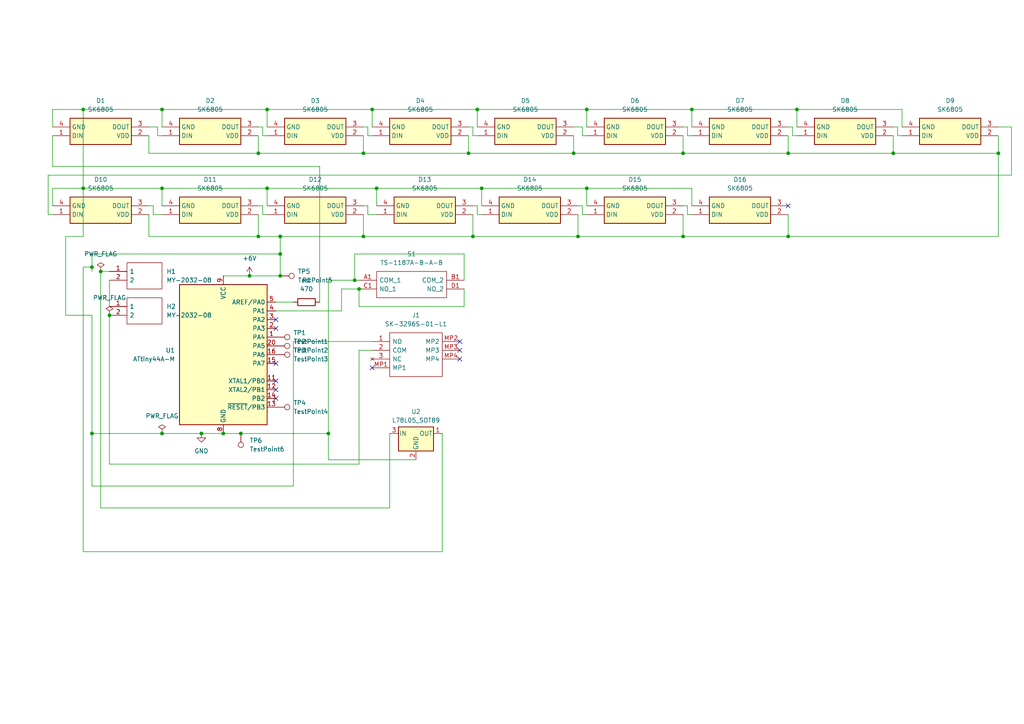
<source format=kicad_sch>
(kicad_sch (version 20230121) (generator eeschema)

  (uuid 136d792a-4141-4b53-b7a8-d29f34e3e9eb)

  (paper "A4")

  (lib_symbols
    (symbol "Connector:TestPoint" (pin_numbers hide) (pin_names (offset 0.762) hide) (in_bom yes) (on_board yes)
      (property "Reference" "TP" (at 0 6.858 0)
        (effects (font (size 1.27 1.27)))
      )
      (property "Value" "TestPoint" (at 0 5.08 0)
        (effects (font (size 1.27 1.27)))
      )
      (property "Footprint" "" (at 5.08 0 0)
        (effects (font (size 1.27 1.27)) hide)
      )
      (property "Datasheet" "~" (at 5.08 0 0)
        (effects (font (size 1.27 1.27)) hide)
      )
      (property "ki_keywords" "test point tp" (at 0 0 0)
        (effects (font (size 1.27 1.27)) hide)
      )
      (property "ki_description" "test point" (at 0 0 0)
        (effects (font (size 1.27 1.27)) hide)
      )
      (property "ki_fp_filters" "Pin* Test*" (at 0 0 0)
        (effects (font (size 1.27 1.27)) hide)
      )
      (symbol "TestPoint_0_1"
        (circle (center 0 3.302) (radius 0.762)
          (stroke (width 0) (type default))
          (fill (type none))
        )
      )
      (symbol "TestPoint_1_1"
        (pin passive line (at 0 0 90) (length 2.54)
          (name "1" (effects (font (size 1.27 1.27))))
          (number "1" (effects (font (size 1.27 1.27))))
        )
      )
    )
    (symbol "Device:R" (pin_numbers hide) (pin_names (offset 0)) (in_bom yes) (on_board yes)
      (property "Reference" "R" (at 2.032 0 90)
        (effects (font (size 1.27 1.27)))
      )
      (property "Value" "R" (at 0 0 90)
        (effects (font (size 1.27 1.27)))
      )
      (property "Footprint" "" (at -1.778 0 90)
        (effects (font (size 1.27 1.27)) hide)
      )
      (property "Datasheet" "~" (at 0 0 0)
        (effects (font (size 1.27 1.27)) hide)
      )
      (property "ki_keywords" "R res resistor" (at 0 0 0)
        (effects (font (size 1.27 1.27)) hide)
      )
      (property "ki_description" "Resistor" (at 0 0 0)
        (effects (font (size 1.27 1.27)) hide)
      )
      (property "ki_fp_filters" "R_*" (at 0 0 0)
        (effects (font (size 1.27 1.27)) hide)
      )
      (symbol "R_0_1"
        (rectangle (start -1.016 -2.54) (end 1.016 2.54)
          (stroke (width 0.254) (type default))
          (fill (type none))
        )
      )
      (symbol "R_1_1"
        (pin passive line (at 0 3.81 270) (length 1.27)
          (name "~" (effects (font (size 1.27 1.27))))
          (number "1" (effects (font (size 1.27 1.27))))
        )
        (pin passive line (at 0 -3.81 90) (length 1.27)
          (name "~" (effects (font (size 1.27 1.27))))
          (number "2" (effects (font (size 1.27 1.27))))
        )
      )
    )
    (symbol "MCU_Microchip_ATtiny:ATtiny44A-M" (in_bom yes) (on_board yes)
      (property "Reference" "U" (at -12.7 21.59 0)
        (effects (font (size 1.27 1.27)) (justify left bottom))
      )
      (property "Value" "ATtiny44A-M" (at 2.54 -21.59 0)
        (effects (font (size 1.27 1.27)) (justify left top))
      )
      (property "Footprint" "Package_DFN_QFN:QFN-20-1EP_4x4mm_P0.5mm_EP2.6x2.6mm" (at 0 0 0)
        (effects (font (size 1.27 1.27) italic) hide)
      )
      (property "Datasheet" "http://ww1.microchip.com/downloads/en/DeviceDoc/doc8183.pdf" (at 0 0 0)
        (effects (font (size 1.27 1.27)) hide)
      )
      (property "ki_keywords" "AVR 8bit Microcontroller tinyAVR" (at 0 0 0)
        (effects (font (size 1.27 1.27)) hide)
      )
      (property "ki_description" "20MHz, 4kB Flash, 256B SRAM, 256B EEPROM, debugWIRE, QFN-20" (at 0 0 0)
        (effects (font (size 1.27 1.27)) hide)
      )
      (property "ki_fp_filters" "QFN*1EP*4x4mm*P0.5mm*" (at 0 0 0)
        (effects (font (size 1.27 1.27)) hide)
      )
      (symbol "ATtiny44A-M_0_1"
        (rectangle (start -12.7 -20.32) (end 12.7 20.32)
          (stroke (width 0.254) (type default))
          (fill (type background))
        )
      )
      (symbol "ATtiny44A-M_1_1"
        (pin bidirectional line (at 15.24 5.08 180) (length 2.54)
          (name "PA4" (effects (font (size 1.27 1.27))))
          (number "1" (effects (font (size 1.27 1.27))))
        )
        (pin no_connect line (at -12.7 -10.16 0) (length 2.54) hide
          (name "NC" (effects (font (size 1.27 1.27))))
          (number "10" (effects (font (size 1.27 1.27))))
        )
        (pin bidirectional line (at 15.24 -7.62 180) (length 2.54)
          (name "XTAL1/PB0" (effects (font (size 1.27 1.27))))
          (number "11" (effects (font (size 1.27 1.27))))
        )
        (pin bidirectional line (at 15.24 -10.16 180) (length 2.54)
          (name "XTAL2/PB1" (effects (font (size 1.27 1.27))))
          (number "12" (effects (font (size 1.27 1.27))))
        )
        (pin bidirectional line (at 15.24 -15.24 180) (length 2.54)
          (name "~{RESET}/PB3" (effects (font (size 1.27 1.27))))
          (number "13" (effects (font (size 1.27 1.27))))
        )
        (pin bidirectional line (at 15.24 -12.7 180) (length 2.54)
          (name "PB2" (effects (font (size 1.27 1.27))))
          (number "14" (effects (font (size 1.27 1.27))))
        )
        (pin bidirectional line (at 15.24 -2.54 180) (length 2.54)
          (name "PA7" (effects (font (size 1.27 1.27))))
          (number "15" (effects (font (size 1.27 1.27))))
        )
        (pin bidirectional line (at 15.24 0 180) (length 2.54)
          (name "PA6" (effects (font (size 1.27 1.27))))
          (number "16" (effects (font (size 1.27 1.27))))
        )
        (pin no_connect line (at -12.7 -12.7 0) (length 2.54) hide
          (name "NC" (effects (font (size 1.27 1.27))))
          (number "17" (effects (font (size 1.27 1.27))))
        )
        (pin no_connect line (at -12.7 -15.24 0) (length 2.54) hide
          (name "NC" (effects (font (size 1.27 1.27))))
          (number "18" (effects (font (size 1.27 1.27))))
        )
        (pin no_connect line (at -12.7 -17.78 0) (length 2.54) hide
          (name "NC" (effects (font (size 1.27 1.27))))
          (number "19" (effects (font (size 1.27 1.27))))
        )
        (pin bidirectional line (at 15.24 7.62 180) (length 2.54)
          (name "PA3" (effects (font (size 1.27 1.27))))
          (number "2" (effects (font (size 1.27 1.27))))
        )
        (pin bidirectional line (at 15.24 2.54 180) (length 2.54)
          (name "PA5" (effects (font (size 1.27 1.27))))
          (number "20" (effects (font (size 1.27 1.27))))
        )
        (pin passive line (at 0 -22.86 90) (length 2.54) hide
          (name "GND" (effects (font (size 1.27 1.27))))
          (number "21" (effects (font (size 1.27 1.27))))
        )
        (pin bidirectional line (at 15.24 10.16 180) (length 2.54)
          (name "PA2" (effects (font (size 1.27 1.27))))
          (number "3" (effects (font (size 1.27 1.27))))
        )
        (pin bidirectional line (at 15.24 12.7 180) (length 2.54)
          (name "PA1" (effects (font (size 1.27 1.27))))
          (number "4" (effects (font (size 1.27 1.27))))
        )
        (pin bidirectional line (at 15.24 15.24 180) (length 2.54)
          (name "AREF/PA0" (effects (font (size 1.27 1.27))))
          (number "5" (effects (font (size 1.27 1.27))))
        )
        (pin no_connect line (at -12.7 -5.08 0) (length 2.54) hide
          (name "NC" (effects (font (size 1.27 1.27))))
          (number "6" (effects (font (size 1.27 1.27))))
        )
        (pin no_connect line (at -12.7 -7.62 0) (length 2.54) hide
          (name "NC" (effects (font (size 1.27 1.27))))
          (number "7" (effects (font (size 1.27 1.27))))
        )
        (pin power_in line (at 0 -22.86 90) (length 2.54)
          (name "GND" (effects (font (size 1.27 1.27))))
          (number "8" (effects (font (size 1.27 1.27))))
        )
        (pin power_in line (at 0 22.86 270) (length 2.54)
          (name "VCC" (effects (font (size 1.27 1.27))))
          (number "9" (effects (font (size 1.27 1.27))))
        )
      )
    )
    (symbol "New_Library:MY-2032-08" (pin_names (offset 0.762)) (in_bom yes) (on_board yes)
      (property "Reference" "H" (at 16.51 7.62 0)
        (effects (font (size 1.27 1.27)) (justify left))
      )
      (property "Value" "MY-2032-08" (at 16.51 5.08 0)
        (effects (font (size 1.27 1.27)) (justify left))
      )
      (property "Footprint" "MY203208" (at 16.51 2.54 0)
        (effects (font (size 1.27 1.27)) (justify left) hide)
      )
      (property "Datasheet" "https://datasheet.lcsc.com/lcsc/2012181809_MYOUNG-MY-2032-08_C964831.pdf" (at 16.51 0 0)
        (effects (font (size 1.27 1.27)) (justify left) hide)
      )
      (property "Description" "Battery button -25~{+85} CR2032 SMD Battery Connectors ROHS" (at 16.51 -2.54 0)
        (effects (font (size 1.27 1.27)) (justify left) hide)
      )
      (property "Height" "4.6" (at 16.51 -5.08 0)
        (effects (font (size 1.27 1.27)) (justify left) hide)
      )
      (property "Manufacturer_Name" "MYOUNG" (at 16.51 -7.62 0)
        (effects (font (size 1.27 1.27)) (justify left) hide)
      )
      (property "Manufacturer_Part_Number" "MY-2032-08" (at 16.51 -10.16 0)
        (effects (font (size 1.27 1.27)) (justify left) hide)
      )
      (property "Mouser Part Number" "" (at 16.51 -12.7 0)
        (effects (font (size 1.27 1.27)) (justify left) hide)
      )
      (property "Mouser Price/Stock" "" (at 16.51 -15.24 0)
        (effects (font (size 1.27 1.27)) (justify left) hide)
      )
      (property "Arrow Part Number" "" (at 16.51 -17.78 0)
        (effects (font (size 1.27 1.27)) (justify left) hide)
      )
      (property "Arrow Price/Stock" "" (at 16.51 -20.32 0)
        (effects (font (size 1.27 1.27)) (justify left) hide)
      )
      (property "ki_description" "Battery button -25~+85 CR2032 SMD Battery Connectors ROHS" (at 0 0 0)
        (effects (font (size 1.27 1.27)) hide)
      )
      (symbol "MY-2032-08_0_0"
        (pin passive line (at 0 0 0) (length 5.08)
          (name "1" (effects (font (size 1.27 1.27))))
          (number "1" (effects (font (size 1.27 1.27))))
        )
        (pin passive line (at 0 -2.54 0) (length 5.08)
          (name "2" (effects (font (size 1.27 1.27))))
          (number "2" (effects (font (size 1.27 1.27))))
        )
      )
      (symbol "MY-2032-08_0_1"
        (polyline
          (pts
            (xy 5.08 2.54)
            (xy 15.24 2.54)
            (xy 15.24 -5.08)
            (xy 5.08 -5.08)
            (xy 5.08 2.54)
          )
          (stroke (width 0.1524) (type solid))
          (fill (type none))
        )
      )
    )
    (symbol "New_Library:SK-3296S-01-L1" (pin_names (offset 0.762)) (in_bom yes) (on_board yes)
      (property "Reference" "J" (at 21.59 7.62 0)
        (effects (font (size 1.27 1.27)) (justify left))
      )
      (property "Value" "SK-3296S-01-L1" (at 21.59 5.08 0)
        (effects (font (size 1.27 1.27)) (justify left))
      )
      (property "Footprint" "SK3296S01L1" (at 21.59 2.54 0)
        (effects (font (size 1.27 1.27)) (justify left) hide)
      )
      (property "Datasheet" "https://datasheet.lcsc.com/szlcsc/XKB-SK-3296S-01-L1_C319020.pdf" (at 21.59 0 0)
        (effects (font (size 1.27 1.27)) (justify left) hide)
      )
      (property "Description" "Toggle Switches SMD RoHS" (at 21.59 -2.54 0)
        (effects (font (size 1.27 1.27)) (justify left) hide)
      )
      (property "Height" "1.4" (at 21.59 -5.08 0)
        (effects (font (size 1.27 1.27)) (justify left) hide)
      )
      (property "Manufacturer_Name" "XKB Connectivity" (at 21.59 -7.62 0)
        (effects (font (size 1.27 1.27)) (justify left) hide)
      )
      (property "Manufacturer_Part_Number" "SK-3296S-01-L1" (at 21.59 -10.16 0)
        (effects (font (size 1.27 1.27)) (justify left) hide)
      )
      (property "Mouser Part Number" "" (at 21.59 -12.7 0)
        (effects (font (size 1.27 1.27)) (justify left) hide)
      )
      (property "Mouser Price/Stock" "" (at 21.59 -15.24 0)
        (effects (font (size 1.27 1.27)) (justify left) hide)
      )
      (property "Arrow Part Number" "" (at 21.59 -17.78 0)
        (effects (font (size 1.27 1.27)) (justify left) hide)
      )
      (property "Arrow Price/Stock" "" (at 21.59 -20.32 0)
        (effects (font (size 1.27 1.27)) (justify left) hide)
      )
      (property "ki_description" "Toggle Switches SMD RoHS" (at 0 0 0)
        (effects (font (size 1.27 1.27)) hide)
      )
      (symbol "SK-3296S-01-L1_0_0"
        (pin passive line (at 0 0 0) (length 5.08)
          (name "NO" (effects (font (size 1.27 1.27))))
          (number "1" (effects (font (size 1.27 1.27))))
        )
        (pin passive line (at 0 -2.54 0) (length 5.08)
          (name "COM" (effects (font (size 1.27 1.27))))
          (number "2" (effects (font (size 1.27 1.27))))
        )
        (pin no_connect line (at 0 -5.08 0) (length 5.08)
          (name "NC" (effects (font (size 1.27 1.27))))
          (number "3" (effects (font (size 1.27 1.27))))
        )
        (pin passive line (at 0 -7.62 0) (length 5.08)
          (name "MP1" (effects (font (size 1.27 1.27))))
          (number "MP1" (effects (font (size 1.27 1.27))))
        )
        (pin passive line (at 25.4 0 180) (length 5.08)
          (name "MP2" (effects (font (size 1.27 1.27))))
          (number "MP2" (effects (font (size 1.27 1.27))))
        )
        (pin passive line (at 25.4 -2.54 180) (length 5.08)
          (name "MP3" (effects (font (size 1.27 1.27))))
          (number "MP3" (effects (font (size 1.27 1.27))))
        )
        (pin passive line (at 25.4 -5.08 180) (length 5.08)
          (name "MP4" (effects (font (size 1.27 1.27))))
          (number "MP4" (effects (font (size 1.27 1.27))))
        )
      )
      (symbol "SK-3296S-01-L1_0_1"
        (polyline
          (pts
            (xy 5.08 2.54)
            (xy 20.32 2.54)
            (xy 20.32 -10.16)
            (xy 5.08 -10.16)
            (xy 5.08 2.54)
          )
          (stroke (width 0.1524) (type solid))
          (fill (type none))
        )
      )
    )
    (symbol "New_Library:TS-1187A-B-A-B" (pin_names (offset 0.762)) (in_bom yes) (on_board yes)
      (property "Reference" "S" (at 26.67 7.62 0)
        (effects (font (size 1.27 1.27)) (justify left))
      )
      (property "Value" "TS-1187A-B-A-B" (at 26.67 5.08 0)
        (effects (font (size 1.27 1.27)) (justify left))
      )
      (property "Footprint" "TS1187ABAB" (at 26.67 2.54 0)
        (effects (font (size 1.27 1.27)) (justify left) hide)
      )
      (property "Datasheet" "http://www.helloxkb.com/public/images/pdf/TS-1187A-X-X-X.pdf" (at 26.67 0 0)
        (effects (font (size 1.27 1.27)) (justify left) hide)
      )
      (property "Description" "tact switch 4x4X1.5 patch 160GF metal head waterproof" (at 26.67 -2.54 0)
        (effects (font (size 1.27 1.27)) (justify left) hide)
      )
      (property "Height" "4.05" (at 26.67 -5.08 0)
        (effects (font (size 1.27 1.27)) (justify left) hide)
      )
      (property "Manufacturer_Name" "XKB Connectivity" (at 26.67 -7.62 0)
        (effects (font (size 1.27 1.27)) (justify left) hide)
      )
      (property "Manufacturer_Part_Number" "TS-1187A-B-A-B" (at 26.67 -10.16 0)
        (effects (font (size 1.27 1.27)) (justify left) hide)
      )
      (property "Mouser Part Number" "" (at 26.67 -12.7 0)
        (effects (font (size 1.27 1.27)) (justify left) hide)
      )
      (property "Mouser Price/Stock" "" (at 26.67 -15.24 0)
        (effects (font (size 1.27 1.27)) (justify left) hide)
      )
      (property "Arrow Part Number" "" (at 26.67 -17.78 0)
        (effects (font (size 1.27 1.27)) (justify left) hide)
      )
      (property "Arrow Price/Stock" "" (at 26.67 -20.32 0)
        (effects (font (size 1.27 1.27)) (justify left) hide)
      )
      (property "ki_description" "tact switch 4x4X1.5 patch 160GF metal head waterproof" (at 0 0 0)
        (effects (font (size 1.27 1.27)) hide)
      )
      (symbol "TS-1187A-B-A-B_0_0"
        (pin passive line (at 0 0 0) (length 5.08)
          (name "COM_1" (effects (font (size 1.27 1.27))))
          (number "A1" (effects (font (size 1.27 1.27))))
        )
        (pin passive line (at 30.48 0 180) (length 5.08)
          (name "COM_2" (effects (font (size 1.27 1.27))))
          (number "B1" (effects (font (size 1.27 1.27))))
        )
        (pin passive line (at 0 -2.54 0) (length 5.08)
          (name "NO_1" (effects (font (size 1.27 1.27))))
          (number "C1" (effects (font (size 1.27 1.27))))
        )
        (pin passive line (at 30.48 -2.54 180) (length 5.08)
          (name "NO_2" (effects (font (size 1.27 1.27))))
          (number "D1" (effects (font (size 1.27 1.27))))
        )
      )
      (symbol "TS-1187A-B-A-B_0_1"
        (polyline
          (pts
            (xy 5.08 2.54)
            (xy 25.4 2.54)
            (xy 25.4 -5.08)
            (xy 5.08 -5.08)
            (xy 5.08 2.54)
          )
          (stroke (width 0.1524) (type solid))
          (fill (type none))
        )
      )
    )
    (symbol "Regulator_Linear:L78L05_SOT89" (pin_names (offset 0.254)) (in_bom yes) (on_board yes)
      (property "Reference" "U" (at -3.81 3.175 0)
        (effects (font (size 1.27 1.27)))
      )
      (property "Value" "L78L05_SOT89" (at -0.635 3.175 0)
        (effects (font (size 1.27 1.27)) (justify left))
      )
      (property "Footprint" "Package_TO_SOT_SMD:SOT-89-3" (at 0 5.08 0)
        (effects (font (size 1.27 1.27) italic) hide)
      )
      (property "Datasheet" "http://www.st.com/content/ccc/resource/technical/document/datasheet/15/55/e5/aa/23/5b/43/fd/CD00000446.pdf/files/CD00000446.pdf/jcr:content/translations/en.CD00000446.pdf" (at 0 -1.27 0)
        (effects (font (size 1.27 1.27)) hide)
      )
      (property "ki_keywords" "Voltage Regulator 100mA Positive" (at 0 0 0)
        (effects (font (size 1.27 1.27)) hide)
      )
      (property "ki_description" "Positive 100mA 30V Linear Regulator, Fixed Output 5V, SOT-89" (at 0 0 0)
        (effects (font (size 1.27 1.27)) hide)
      )
      (property "ki_fp_filters" "SOT?89*" (at 0 0 0)
        (effects (font (size 1.27 1.27)) hide)
      )
      (symbol "L78L05_SOT89_0_1"
        (rectangle (start -5.08 1.905) (end 5.08 -5.08)
          (stroke (width 0.254) (type default))
          (fill (type background))
        )
      )
      (symbol "L78L05_SOT89_1_1"
        (pin power_out line (at 7.62 0 180) (length 2.54)
          (name "OUT" (effects (font (size 1.27 1.27))))
          (number "1" (effects (font (size 1.27 1.27))))
        )
        (pin power_in line (at 0 -7.62 90) (length 2.54)
          (name "GND" (effects (font (size 1.27 1.27))))
          (number "2" (effects (font (size 1.27 1.27))))
        )
        (pin power_in line (at -7.62 0 0) (length 2.54)
          (name "IN" (effects (font (size 1.27 1.27))))
          (number "3" (effects (font (size 1.27 1.27))))
        )
      )
    )
    (symbol "lih:SK6805-EC15" (in_bom yes) (on_board yes)
      (property "Reference" "LED" (at 24.13 7.62 0)
        (effects (font (size 1.27 1.27)) (justify left top))
      )
      (property "Value" "SK6805-EC15" (at 24.13 5.08 0)
        (effects (font (size 1.27 1.27)) (justify left top))
      )
      (property "Footprint" "SK6805EC15" (at 24.13 -94.92 0)
        (effects (font (size 1.27 1.27)) (justify left top) hide)
      )
      (property "Datasheet" "http://www.normandled.com/upload/202003/SK6805-EC15%20LED%20Datasheet.pdf" (at 24.13 -194.92 0)
        (effects (font (size 1.27 1.27)) (justify left top) hide)
      )
      (property "Height" "0.75" (at 24.13 -394.92 0)
        (effects (font (size 1.27 1.27)) (justify left top) hide)
      )
      (property "Manufacturer_Name" "Shenzhen Normand Electronic" (at 24.13 -494.92 0)
        (effects (font (size 1.27 1.27)) (justify left top) hide)
      )
      (property "Manufacturer_Part_Number" "SK6805-EC15" (at 24.13 -594.92 0)
        (effects (font (size 1.27 1.27)) (justify left top) hide)
      )
      (property "Mouser Part Number" "" (at 24.13 -694.92 0)
        (effects (font (size 1.27 1.27)) (justify left top) hide)
      )
      (property "Mouser Price/Stock" "" (at 24.13 -794.92 0)
        (effects (font (size 1.27 1.27)) (justify left top) hide)
      )
      (property "Arrow Part Number" "" (at 24.13 -894.92 0)
        (effects (font (size 1.27 1.27)) (justify left top) hide)
      )
      (property "Arrow Price/Stock" "" (at 24.13 -994.92 0)
        (effects (font (size 1.27 1.27)) (justify left top) hide)
      )
      (property "ki_description" "1.5x1.5x0.65mm Type 0.1Watt Power Embedded(MSL:4)" (at 0 0 0)
        (effects (font (size 1.27 1.27)) hide)
      )
      (symbol "SK6805-EC15_1_1"
        (rectangle (start 5.08 2.54) (end 22.86 -5.08)
          (stroke (width 0.254) (type default))
          (fill (type background))
        )
        (pin passive line (at 0 -2.54 0) (length 5.08)
          (name "DIN" (effects (font (size 1.27 1.27))))
          (number "1" (effects (font (size 1.27 1.27))))
        )
        (pin passive line (at 27.94 -2.54 180) (length 5.08)
          (name "VDD" (effects (font (size 1.27 1.27))))
          (number "2" (effects (font (size 1.27 1.27))))
        )
        (pin passive line (at 27.94 0 180) (length 5.08)
          (name "DOUT" (effects (font (size 1.27 1.27))))
          (number "3" (effects (font (size 1.27 1.27))))
        )
        (pin passive line (at 0 0 0) (length 5.08)
          (name "GND" (effects (font (size 1.27 1.27))))
          (number "4" (effects (font (size 1.27 1.27))))
        )
      )
    )
    (symbol "power:+6V" (power) (pin_names (offset 0)) (in_bom yes) (on_board yes)
      (property "Reference" "#PWR" (at 0 -3.81 0)
        (effects (font (size 1.27 1.27)) hide)
      )
      (property "Value" "+6V" (at 0 3.556 0)
        (effects (font (size 1.27 1.27)))
      )
      (property "Footprint" "" (at 0 0 0)
        (effects (font (size 1.27 1.27)) hide)
      )
      (property "Datasheet" "" (at 0 0 0)
        (effects (font (size 1.27 1.27)) hide)
      )
      (property "ki_keywords" "global power" (at 0 0 0)
        (effects (font (size 1.27 1.27)) hide)
      )
      (property "ki_description" "Power symbol creates a global label with name \"+6V\"" (at 0 0 0)
        (effects (font (size 1.27 1.27)) hide)
      )
      (symbol "+6V_0_1"
        (polyline
          (pts
            (xy -0.762 1.27)
            (xy 0 2.54)
          )
          (stroke (width 0) (type default))
          (fill (type none))
        )
        (polyline
          (pts
            (xy 0 0)
            (xy 0 2.54)
          )
          (stroke (width 0) (type default))
          (fill (type none))
        )
        (polyline
          (pts
            (xy 0 2.54)
            (xy 0.762 1.27)
          )
          (stroke (width 0) (type default))
          (fill (type none))
        )
      )
      (symbol "+6V_1_1"
        (pin power_in line (at 0 0 90) (length 0) hide
          (name "+6V" (effects (font (size 1.27 1.27))))
          (number "1" (effects (font (size 1.27 1.27))))
        )
      )
    )
    (symbol "power:GND" (power) (pin_names (offset 0)) (in_bom yes) (on_board yes)
      (property "Reference" "#PWR" (at 0 -6.35 0)
        (effects (font (size 1.27 1.27)) hide)
      )
      (property "Value" "GND" (at 0 -3.81 0)
        (effects (font (size 1.27 1.27)))
      )
      (property "Footprint" "" (at 0 0 0)
        (effects (font (size 1.27 1.27)) hide)
      )
      (property "Datasheet" "" (at 0 0 0)
        (effects (font (size 1.27 1.27)) hide)
      )
      (property "ki_keywords" "global power" (at 0 0 0)
        (effects (font (size 1.27 1.27)) hide)
      )
      (property "ki_description" "Power symbol creates a global label with name \"GND\" , ground" (at 0 0 0)
        (effects (font (size 1.27 1.27)) hide)
      )
      (symbol "GND_0_1"
        (polyline
          (pts
            (xy 0 0)
            (xy 0 -1.27)
            (xy 1.27 -1.27)
            (xy 0 -2.54)
            (xy -1.27 -1.27)
            (xy 0 -1.27)
          )
          (stroke (width 0) (type default))
          (fill (type none))
        )
      )
      (symbol "GND_1_1"
        (pin power_in line (at 0 0 270) (length 0) hide
          (name "GND" (effects (font (size 1.27 1.27))))
          (number "1" (effects (font (size 1.27 1.27))))
        )
      )
    )
    (symbol "power:PWR_FLAG" (power) (pin_numbers hide) (pin_names (offset 0) hide) (in_bom yes) (on_board yes)
      (property "Reference" "#FLG" (at 0 1.905 0)
        (effects (font (size 1.27 1.27)) hide)
      )
      (property "Value" "PWR_FLAG" (at 0 3.81 0)
        (effects (font (size 1.27 1.27)))
      )
      (property "Footprint" "" (at 0 0 0)
        (effects (font (size 1.27 1.27)) hide)
      )
      (property "Datasheet" "~" (at 0 0 0)
        (effects (font (size 1.27 1.27)) hide)
      )
      (property "ki_keywords" "flag power" (at 0 0 0)
        (effects (font (size 1.27 1.27)) hide)
      )
      (property "ki_description" "Special symbol for telling ERC where power comes from" (at 0 0 0)
        (effects (font (size 1.27 1.27)) hide)
      )
      (symbol "PWR_FLAG_0_0"
        (pin power_out line (at 0 0 90) (length 0)
          (name "pwr" (effects (font (size 1.27 1.27))))
          (number "1" (effects (font (size 1.27 1.27))))
        )
      )
      (symbol "PWR_FLAG_0_1"
        (polyline
          (pts
            (xy 0 0)
            (xy 0 1.27)
            (xy -1.016 1.905)
            (xy 0 2.54)
            (xy 1.016 1.905)
            (xy 0 1.27)
          )
          (stroke (width 0) (type default))
          (fill (type none))
        )
      )
    )
  )

  (junction (at 139.7 54.61) (diameter 0) (color 0 0 0 0)
    (uuid 060df260-9763-41d5-a58c-37920e58e46d)
  )
  (junction (at 24.13 31.75) (diameter 0) (color 0 0 0 0)
    (uuid 09a52f5e-188a-4cad-bea7-ca52994e8ca3)
  )
  (junction (at 46.99 31.75) (diameter 0) (color 0 0 0 0)
    (uuid 0dfb4af9-ab0b-4bdd-a436-b5eff9d0254f)
  )
  (junction (at 69.85 125.73) (diameter 0) (color 0 0 0 0)
    (uuid 11682c72-e0d8-4e92-a01d-c8200292a0a5)
  )
  (junction (at 167.64 68.58) (diameter 0) (color 0 0 0 0)
    (uuid 190b6905-6079-4f39-9e08-c7ab4cb10e85)
  )
  (junction (at 228.6 44.45) (diameter 0) (color 0 0 0 0)
    (uuid 19615e5b-7a77-4ace-b714-4408970acae2)
  )
  (junction (at 104.14 83.82) (diameter 0) (color 0 0 0 0)
    (uuid 20076407-6232-4b2c-8a0c-00367e3d4da4)
  )
  (junction (at 259.08 44.45) (diameter 0) (color 0 0 0 0)
    (uuid 32fbfe46-b2d3-42bd-a93f-7e0d01e797dc)
  )
  (junction (at 81.28 68.58) (diameter 0) (color 0 0 0 0)
    (uuid 343e51c4-e0fb-4130-988f-5bffe9c7c28e)
  )
  (junction (at 102.87 81.28) (diameter 0) (color 0 0 0 0)
    (uuid 37523b5f-fd8c-46bc-8feb-138869207663)
  )
  (junction (at 166.37 44.45) (diameter 0) (color 0 0 0 0)
    (uuid 3f8c5e93-bc1b-4809-b4e6-fa9aa0f4aacd)
  )
  (junction (at 105.41 44.45) (diameter 0) (color 0 0 0 0)
    (uuid 41e7ced9-bb4e-44c0-a4c9-92f07d8c6176)
  )
  (junction (at 95.25 125.73) (diameter 0) (color 0 0 0 0)
    (uuid 429cf615-1637-4658-b22b-ac8b332a1476)
  )
  (junction (at 26.67 125.73) (diameter 0) (color 0 0 0 0)
    (uuid 4800b966-bab8-478f-b3b9-4a9a723513ca)
  )
  (junction (at 26.67 77.47) (diameter 0) (color 0 0 0 0)
    (uuid 4e4b9590-4725-4667-829f-0353bdae5341)
  )
  (junction (at 81.28 80.01) (diameter 0) (color 0 0 0 0)
    (uuid 5dcb5be6-ab5e-45ef-bc24-8713c80f212f)
  )
  (junction (at 109.22 54.61) (diameter 0) (color 0 0 0 0)
    (uuid 5e46a7dc-eb3c-494b-9bac-65f847ff34da)
  )
  (junction (at 77.47 54.61) (diameter 0) (color 0 0 0 0)
    (uuid 61b3412d-8883-46d0-8d87-5a4f868a8ecc)
  )
  (junction (at 105.41 68.58) (diameter 0) (color 0 0 0 0)
    (uuid 6f132492-ca9a-4734-8df0-e8afe86b271b)
  )
  (junction (at 77.47 31.75) (diameter 0) (color 0 0 0 0)
    (uuid 776d5a1b-95d4-4dca-a887-14b6b90508b3)
  )
  (junction (at 228.6 68.58) (diameter 0) (color 0 0 0 0)
    (uuid 7835d711-2e69-42ea-be0e-8ba1ad4d93b2)
  )
  (junction (at 31.75 91.44) (diameter 0) (color 0 0 0 0)
    (uuid 864d8cb2-c2d1-4953-800f-33fe314931bf)
  )
  (junction (at 137.16 68.58) (diameter 0) (color 0 0 0 0)
    (uuid 86e20b83-fef8-492f-8574-898d7725fee8)
  )
  (junction (at 231.14 31.75) (diameter 0) (color 0 0 0 0)
    (uuid 8760e9a3-1fe7-4567-8314-9817e9a2952b)
  )
  (junction (at 289.56 44.45) (diameter 0) (color 0 0 0 0)
    (uuid 8907d5d7-ec56-4dc5-a777-2b574af41ca5)
  )
  (junction (at 46.99 125.73) (diameter 0) (color 0 0 0 0)
    (uuid 98422ab4-9e0d-41c1-b706-daf3683ca090)
  )
  (junction (at 64.77 125.73) (diameter 0) (color 0 0 0 0)
    (uuid 9d9b4cb7-cd7e-4cf3-b143-ea5dbef4f5c2)
  )
  (junction (at 46.99 54.61) (diameter 0) (color 0 0 0 0)
    (uuid b753f778-3962-4d9d-9f22-e7f7fbb99996)
  )
  (junction (at 74.93 68.58) (diameter 0) (color 0 0 0 0)
    (uuid c76e80af-f070-4962-93e4-02f78fdeafa4)
  )
  (junction (at 74.93 44.45) (diameter 0) (color 0 0 0 0)
    (uuid c796e6de-b495-46af-8204-3e462cab067a)
  )
  (junction (at 81.28 73.66) (diameter 0) (color 0 0 0 0)
    (uuid cde9fd4a-5355-4638-bfd2-1e34dd9096d3)
  )
  (junction (at 58.42 125.73) (diameter 0) (color 0 0 0 0)
    (uuid cf60f78a-3923-4c9b-b10f-d5000b285589)
  )
  (junction (at 138.43 31.75) (diameter 0) (color 0 0 0 0)
    (uuid d21f7913-0ed2-4501-8fdd-b71a75ba8288)
  )
  (junction (at 72.39 80.01) (diameter 0) (color 0 0 0 0)
    (uuid d2f7b6e4-7849-4cb8-9db1-cef116abf620)
  )
  (junction (at 29.21 78.74) (diameter 0) (color 0 0 0 0)
    (uuid dc280e35-4000-43a0-8e78-52692810b81e)
  )
  (junction (at 170.18 31.75) (diameter 0) (color 0 0 0 0)
    (uuid dff2b717-94f7-4282-88b4-b4e0957fb43e)
  )
  (junction (at 198.12 44.45) (diameter 0) (color 0 0 0 0)
    (uuid e08ebcd1-064c-4d91-9842-4ee18e465f1f)
  )
  (junction (at 198.12 68.58) (diameter 0) (color 0 0 0 0)
    (uuid e6bf5f8d-de67-4328-9fac-cccdb6ca9895)
  )
  (junction (at 107.95 31.75) (diameter 0) (color 0 0 0 0)
    (uuid ecb5adbe-6609-4fb4-a0aa-dfe953039ccf)
  )
  (junction (at 24.13 54.61) (diameter 0) (color 0 0 0 0)
    (uuid ef07347d-fe3b-458e-9b2e-7077c3b0f6a5)
  )
  (junction (at 135.89 44.45) (diameter 0) (color 0 0 0 0)
    (uuid fa2584c6-cefb-458c-abe8-31032a8f27eb)
  )
  (junction (at 170.18 54.61) (diameter 0) (color 0 0 0 0)
    (uuid fe61a64c-16c0-48cb-b21c-fa06cfa57cf4)
  )
  (junction (at 200.66 31.75) (diameter 0) (color 0 0 0 0)
    (uuid fe95443b-4ecf-4d45-a750-2aa28c40f98f)
  )

  (no_connect (at 107.95 106.68) (uuid 1a30127e-909a-407c-8735-72bc3078751a))
  (no_connect (at 80.01 105.41) (uuid 33327ad6-d482-482a-a939-ce268d223aa3))
  (no_connect (at 228.6 59.69) (uuid 3971095a-e8d6-4602-8a08-833feef35d65))
  (no_connect (at 80.01 95.25) (uuid 44fdc115-9f28-4383-8878-01cc7ee03b39))
  (no_connect (at 133.35 99.06) (uuid 4a132658-a418-4eee-b874-9f19fa3b3a0d))
  (no_connect (at 80.01 113.03) (uuid 8c81d185-a231-421e-aad0-9faf3599b6d8))
  (no_connect (at 133.35 101.6) (uuid 9d99cfd2-326b-4420-92da-fcaca9e947a6))
  (no_connect (at 80.01 110.49) (uuid a4225022-e467-4cbc-a9aa-1cfd98833f95))
  (no_connect (at 80.01 115.57) (uuid d3b22896-3271-448c-adaf-11e514111dd9))
  (no_connect (at 80.01 92.71) (uuid d9b08f64-4644-4d57-b0c4-4b52cff86271))
  (no_connect (at 133.35 104.14) (uuid e35697f4-51a1-42a8-b096-97940585b522))

  (wire (pts (xy 29.21 78.74) (xy 29.21 147.32))
    (stroke (width 0) (type default))
    (uuid 0045aa05-9e6f-442f-aa19-e0c4098ca38f)
  )
  (wire (pts (xy 170.18 54.61) (xy 139.7 54.61))
    (stroke (width 0) (type default))
    (uuid 02175fde-1817-40cd-9b19-bb692cce56fc)
  )
  (wire (pts (xy 289.56 44.45) (xy 289.56 39.37))
    (stroke (width 0) (type default))
    (uuid 02a130a1-d5f7-4455-80ed-30eddd0def7a)
  )
  (wire (pts (xy 107.95 31.75) (xy 138.43 31.75))
    (stroke (width 0) (type default))
    (uuid 03d35e9b-f16a-4c24-96f4-bd3dfcb6c8ae)
  )
  (wire (pts (xy 228.6 44.45) (xy 228.6 39.37))
    (stroke (width 0) (type default))
    (uuid 042281d7-108b-409f-b1ba-3bbf8508f03a)
  )
  (wire (pts (xy 200.66 31.75) (xy 200.66 36.83))
    (stroke (width 0) (type default))
    (uuid 04c4dfe9-e683-4f75-a742-ed9cf37bce8b)
  )
  (wire (pts (xy 74.93 44.45) (xy 43.18 44.45))
    (stroke (width 0) (type default))
    (uuid 05db242a-aaae-492c-88fc-f2b9bad1390a)
  )
  (wire (pts (xy 107.95 99.06) (xy 85.09 99.06))
    (stroke (width 0) (type default))
    (uuid 0cf9b6c0-14aa-4a92-83ab-be2805c5bb8a)
  )
  (wire (pts (xy 81.28 80.01) (xy 72.39 80.01))
    (stroke (width 0) (type default))
    (uuid 0dfaec34-1544-4742-b7f0-185561288edc)
  )
  (wire (pts (xy 167.64 68.58) (xy 198.12 68.58))
    (stroke (width 0) (type default))
    (uuid 12aa56c6-3060-49c1-bd5e-f137edf77cb2)
  )
  (wire (pts (xy 105.41 44.45) (xy 74.93 44.45))
    (stroke (width 0) (type default))
    (uuid 14b8b14e-0c7b-4bf8-ba36-c17b955dfed7)
  )
  (wire (pts (xy 76.2 59.69) (xy 76.2 62.23))
    (stroke (width 0) (type default))
    (uuid 1571d62e-4862-4033-a635-3bc375d36157)
  )
  (wire (pts (xy 135.89 44.45) (xy 105.41 44.45))
    (stroke (width 0) (type default))
    (uuid 1701b50e-8502-43b0-b72b-6df9bf733ac9)
  )
  (wire (pts (xy 168.91 62.23) (xy 170.18 62.23))
    (stroke (width 0) (type default))
    (uuid 1a4a145a-5016-4525-be06-28063e0618ae)
  )
  (wire (pts (xy 134.62 88.9) (xy 134.62 83.82))
    (stroke (width 0) (type default))
    (uuid 1ccd3536-18bf-48bd-adc9-d53f0361ca0f)
  )
  (wire (pts (xy 166.37 44.45) (xy 135.89 44.45))
    (stroke (width 0) (type default))
    (uuid 1f46ab1b-26ec-4087-86b9-684a77482180)
  )
  (wire (pts (xy 45.72 36.83) (xy 45.72 39.37))
    (stroke (width 0) (type default))
    (uuid 2099c565-4824-4f88-8e30-fdc53ecd7ce2)
  )
  (wire (pts (xy 106.68 39.37) (xy 107.95 39.37))
    (stroke (width 0) (type default))
    (uuid 220d28fa-e68c-498d-a027-b7cdbe768b97)
  )
  (wire (pts (xy 44.45 62.23) (xy 46.99 62.23))
    (stroke (width 0) (type default))
    (uuid 22fdba57-0b9e-4dda-9ae4-8135b456add4)
  )
  (wire (pts (xy 46.99 54.61) (xy 24.13 54.61))
    (stroke (width 0) (type default))
    (uuid 233824a0-4e06-4dcb-8d7b-1beb54b4a7d8)
  )
  (wire (pts (xy 76.2 39.37) (xy 77.47 39.37))
    (stroke (width 0) (type default))
    (uuid 2453c86c-735a-422c-a16b-a0d2bfb1faf3)
  )
  (wire (pts (xy 138.43 59.69) (xy 138.43 62.23))
    (stroke (width 0) (type default))
    (uuid 2897b809-47e5-4c8d-a8e3-ed4ce541d460)
  )
  (wire (pts (xy 46.99 31.75) (xy 77.47 31.75))
    (stroke (width 0) (type default))
    (uuid 2ab66e2f-f6cd-4ea3-8e96-44e393e1ec8f)
  )
  (wire (pts (xy 80.01 87.63) (xy 85.09 87.63))
    (stroke (width 0) (type default))
    (uuid 2fc194fb-db3f-4a49-880b-b5891376bbe0)
  )
  (wire (pts (xy 198.12 44.45) (xy 198.12 39.37))
    (stroke (width 0) (type default))
    (uuid 31898368-8b39-43d1-a6f9-3d8e73b4456a)
  )
  (wire (pts (xy 46.99 59.69) (xy 46.99 54.61))
    (stroke (width 0) (type default))
    (uuid 321065c1-3462-48b5-b86e-a1defbcc8ba4)
  )
  (wire (pts (xy 259.08 44.45) (xy 228.6 44.45))
    (stroke (width 0) (type default))
    (uuid 32836b94-e329-4d6b-b895-5326507537fb)
  )
  (wire (pts (xy 199.39 62.23) (xy 200.66 62.23))
    (stroke (width 0) (type default))
    (uuid 33470ff0-3fd1-4194-81f0-49e0768f8cf4)
  )
  (wire (pts (xy 74.93 68.58) (xy 43.18 68.58))
    (stroke (width 0) (type default))
    (uuid 368b6fcb-4b95-4f3b-9405-dd8b5b172aa9)
  )
  (wire (pts (xy 77.47 31.75) (xy 77.47 36.83))
    (stroke (width 0) (type default))
    (uuid 37af1a8a-2e56-4241-96c4-a0c6fcf824ec)
  )
  (wire (pts (xy 138.43 31.75) (xy 170.18 31.75))
    (stroke (width 0) (type default))
    (uuid 3a0e18f9-b62d-4ad8-b945-d25ae24c9d10)
  )
  (wire (pts (xy 15.24 48.26) (xy 15.24 39.37))
    (stroke (width 0) (type default))
    (uuid 3ae75562-dc99-495c-879c-e8a0b7fe2ebc)
  )
  (wire (pts (xy 46.99 31.75) (xy 46.99 36.83))
    (stroke (width 0) (type default))
    (uuid 3c9ec2b4-f9f4-4f8c-bc40-87457903b6ad)
  )
  (wire (pts (xy 95.25 133.35) (xy 95.25 125.73))
    (stroke (width 0) (type default))
    (uuid 3cea9165-3ab1-401f-b1bf-3d5ba3aafa3c)
  )
  (wire (pts (xy 261.62 31.75) (xy 261.62 36.83))
    (stroke (width 0) (type default))
    (uuid 3d4f9823-c1e1-41a7-b29c-34fdd4af88c6)
  )
  (wire (pts (xy 74.93 59.69) (xy 76.2 59.69))
    (stroke (width 0) (type default))
    (uuid 414117e0-ac1a-465d-925a-f23759f99ffc)
  )
  (wire (pts (xy 19.05 91.44) (xy 19.05 68.58))
    (stroke (width 0) (type default))
    (uuid 4308e434-e2ea-439a-a263-506bbec601af)
  )
  (wire (pts (xy 105.41 44.45) (xy 105.41 39.37))
    (stroke (width 0) (type default))
    (uuid 44261a7c-26a8-46b7-af71-f3442d1ac5de)
  )
  (wire (pts (xy 166.37 36.83) (xy 168.91 36.83))
    (stroke (width 0) (type default))
    (uuid 46808013-c627-41f8-8f06-e2eb09287e11)
  )
  (wire (pts (xy 168.91 59.69) (xy 168.91 62.23))
    (stroke (width 0) (type default))
    (uuid 47c4dcc6-6ce4-403f-a5e9-3135daeb5295)
  )
  (wire (pts (xy 293.37 50.8) (xy 13.97 50.8))
    (stroke (width 0) (type default))
    (uuid 47ec892d-3fec-43d7-be00-7767e866694a)
  )
  (wire (pts (xy 99.06 83.82) (xy 104.14 83.82))
    (stroke (width 0) (type default))
    (uuid 48079b54-a7e7-4da1-a872-6ed23b0d72bc)
  )
  (wire (pts (xy 74.93 62.23) (xy 74.93 68.58))
    (stroke (width 0) (type default))
    (uuid 48a73be7-ef72-48f2-96dd-47b9e21ce128)
  )
  (wire (pts (xy 105.41 68.58) (xy 137.16 68.58))
    (stroke (width 0) (type default))
    (uuid 493507d3-890b-4246-a132-ed401825153a)
  )
  (wire (pts (xy 167.64 59.69) (xy 168.91 59.69))
    (stroke (width 0) (type default))
    (uuid 49849eea-ed2e-4cd3-8459-577458574b19)
  )
  (wire (pts (xy 168.91 36.83) (xy 168.91 39.37))
    (stroke (width 0) (type default))
    (uuid 4c336f37-ef53-4997-8b2e-dafb31938182)
  )
  (wire (pts (xy 105.41 59.69) (xy 106.68 59.69))
    (stroke (width 0) (type default))
    (uuid 4c80080f-275a-4a75-bb17-ecb10f4a6747)
  )
  (wire (pts (xy 24.13 68.58) (xy 24.13 54.61))
    (stroke (width 0) (type default))
    (uuid 4fc1a185-661e-464c-91f2-6fde1565040f)
  )
  (wire (pts (xy 106.68 59.69) (xy 106.68 62.23))
    (stroke (width 0) (type default))
    (uuid 52a44061-7708-42a3-bbf5-0cdaf226c84d)
  )
  (wire (pts (xy 259.08 44.45) (xy 259.08 39.37))
    (stroke (width 0) (type default))
    (uuid 55a30be7-8eea-4d2f-ba59-d64f93ceac13)
  )
  (wire (pts (xy 69.85 125.73) (xy 64.77 125.73))
    (stroke (width 0) (type default))
    (uuid 57e0bfc1-10ca-42c7-99fc-151195c8100c)
  )
  (wire (pts (xy 72.39 80.01) (xy 64.77 80.01))
    (stroke (width 0) (type default))
    (uuid 58893161-cb1d-484d-af12-b8f6f91afda3)
  )
  (wire (pts (xy 99.06 90.17) (xy 99.06 83.82))
    (stroke (width 0) (type default))
    (uuid 5ae31bd1-d87a-49f1-9d43-d6908b90b536)
  )
  (wire (pts (xy 31.75 91.44) (xy 31.75 134.62))
    (stroke (width 0) (type default))
    (uuid 5c4d0378-d0ba-4995-a7dd-d409c6d2301b)
  )
  (wire (pts (xy 293.37 36.83) (xy 293.37 50.8))
    (stroke (width 0) (type default))
    (uuid 5f6c8407-8a1f-4634-b68f-203d9a5037e8)
  )
  (wire (pts (xy 260.35 36.83) (xy 260.35 39.37))
    (stroke (width 0) (type default))
    (uuid 667b0e55-075c-4b03-906c-4a2ed38eeb08)
  )
  (wire (pts (xy 139.7 54.61) (xy 109.22 54.61))
    (stroke (width 0) (type default))
    (uuid 66dc9715-31a8-42e9-8caf-347ca875a151)
  )
  (wire (pts (xy 128.27 160.02) (xy 24.13 160.02))
    (stroke (width 0) (type default))
    (uuid 67982896-aa43-41fc-9c20-c54b15b40ce1)
  )
  (wire (pts (xy 81.28 68.58) (xy 105.41 68.58))
    (stroke (width 0) (type default))
    (uuid 67c3ac1b-490e-4e83-8553-2c770e45c1e5)
  )
  (wire (pts (xy 289.56 44.45) (xy 259.08 44.45))
    (stroke (width 0) (type default))
    (uuid 6913600d-c8a9-4440-8722-a9a490dfbc14)
  )
  (wire (pts (xy 13.97 50.8) (xy 13.97 62.23))
    (stroke (width 0) (type default))
    (uuid 69f44d09-7fd1-4dc6-9779-ff6392033884)
  )
  (wire (pts (xy 229.87 39.37) (xy 231.14 39.37))
    (stroke (width 0) (type default))
    (uuid 6bd5b84d-2bbe-4665-86ec-aff5fc3a046c)
  )
  (wire (pts (xy 137.16 39.37) (xy 138.43 39.37))
    (stroke (width 0) (type default))
    (uuid 6ecbc035-c262-4202-8048-223f1597a243)
  )
  (wire (pts (xy 102.87 73.66) (xy 102.87 81.28))
    (stroke (width 0) (type default))
    (uuid 6fedced4-c331-4415-879d-33fec4eab8d1)
  )
  (wire (pts (xy 228.6 36.83) (xy 229.87 36.83))
    (stroke (width 0) (type default))
    (uuid 739ca1d2-6069-48ff-a10d-6cbb2e5bf136)
  )
  (wire (pts (xy 200.66 31.75) (xy 231.14 31.75))
    (stroke (width 0) (type default))
    (uuid 750bbf05-3e7c-4639-a331-3f41231ca54e)
  )
  (wire (pts (xy 120.65 133.35) (xy 95.25 133.35))
    (stroke (width 0) (type default))
    (uuid 77fec473-ca51-40ad-89cb-0a12ce202537)
  )
  (wire (pts (xy 104.14 134.62) (xy 104.14 101.6))
    (stroke (width 0) (type default))
    (uuid 7f12fc27-b9e9-49d2-a410-e1194c0e11b0)
  )
  (wire (pts (xy 77.47 59.69) (xy 77.47 54.61))
    (stroke (width 0) (type default))
    (uuid 7f1ca625-8951-4ada-8e47-c802329631be)
  )
  (wire (pts (xy 109.22 54.61) (xy 77.47 54.61))
    (stroke (width 0) (type default))
    (uuid 7ff444b5-3012-443a-bda5-8b825c2897be)
  )
  (wire (pts (xy 138.43 62.23) (xy 139.7 62.23))
    (stroke (width 0) (type default))
    (uuid 806e5049-95b6-4b9e-8ea9-b6cb7dd13010)
  )
  (wire (pts (xy 198.12 68.58) (xy 228.6 68.58))
    (stroke (width 0) (type default))
    (uuid 82ad6763-aedc-4d55-9f46-e9300f30ff6c)
  )
  (wire (pts (xy 26.67 91.44) (xy 26.67 125.73))
    (stroke (width 0) (type default))
    (uuid 851f1ef5-71e0-4850-b417-e499e9228b78)
  )
  (wire (pts (xy 24.13 77.47) (xy 26.67 77.47))
    (stroke (width 0) (type default))
    (uuid 85e2426b-e25e-48ed-9465-6cf1e191dfa0)
  )
  (wire (pts (xy 92.71 87.63) (xy 92.71 48.26))
    (stroke (width 0) (type default))
    (uuid 865f571c-67e1-4b3e-a00f-fbff072dc63d)
  )
  (wire (pts (xy 139.7 59.69) (xy 139.7 54.61))
    (stroke (width 0) (type default))
    (uuid 8800a28f-8cec-459f-ad8e-2161d7bb9f58)
  )
  (wire (pts (xy 198.12 36.83) (xy 199.39 36.83))
    (stroke (width 0) (type default))
    (uuid 88eb918c-19a1-4c37-98c5-582692ee125c)
  )
  (wire (pts (xy 95.25 125.73) (xy 69.85 125.73))
    (stroke (width 0) (type default))
    (uuid 8b081fbb-8975-44d2-b63c-f1913f7f11f5)
  )
  (wire (pts (xy 24.13 31.75) (xy 15.24 31.75))
    (stroke (width 0) (type default))
    (uuid 8ba6e09b-6f3c-4977-9b60-10050a68690f)
  )
  (wire (pts (xy 15.24 31.75) (xy 15.24 36.83))
    (stroke (width 0) (type default))
    (uuid 8c1ea341-6622-4850-b382-36f64f7bc8e5)
  )
  (wire (pts (xy 138.43 31.75) (xy 138.43 36.83))
    (stroke (width 0) (type default))
    (uuid 8c49a5bd-639b-442d-88d9-585d9ae985e7)
  )
  (wire (pts (xy 199.39 39.37) (xy 200.66 39.37))
    (stroke (width 0) (type default))
    (uuid 8cb73b33-e299-4e69-a263-e154b1387cde)
  )
  (wire (pts (xy 77.47 54.61) (xy 46.99 54.61))
    (stroke (width 0) (type default))
    (uuid 8eca0e26-cca8-4e70-8ae8-90c86c4dd597)
  )
  (wire (pts (xy 43.18 44.45) (xy 43.18 39.37))
    (stroke (width 0) (type default))
    (uuid 8eebe4c9-c309-4e97-917c-d51bd837e540)
  )
  (wire (pts (xy 228.6 68.58) (xy 228.6 62.23))
    (stroke (width 0) (type default))
    (uuid 8f59ea91-d936-46e5-9449-6620b7788833)
  )
  (wire (pts (xy 43.18 36.83) (xy 45.72 36.83))
    (stroke (width 0) (type default))
    (uuid 8fda848b-b2f0-4b70-8019-f7b98560464b)
  )
  (wire (pts (xy 26.67 73.66) (xy 26.67 77.47))
    (stroke (width 0) (type default))
    (uuid 929eef39-cfed-4946-95f2-cfdbc72c37ce)
  )
  (wire (pts (xy 289.56 68.58) (xy 289.56 44.45))
    (stroke (width 0) (type default))
    (uuid 95d0846c-46d9-456f-ac5d-57447c6f730c)
  )
  (wire (pts (xy 81.28 73.66) (xy 81.28 68.58))
    (stroke (width 0) (type default))
    (uuid 9622c376-6e7a-4fb3-a57e-16c0e83b1a84)
  )
  (wire (pts (xy 200.66 59.69) (xy 200.66 54.61))
    (stroke (width 0) (type default))
    (uuid 9636212e-9a97-4fbf-a626-de25f956627b)
  )
  (wire (pts (xy 166.37 44.45) (xy 166.37 39.37))
    (stroke (width 0) (type default))
    (uuid 9849dc23-7f38-4730-a038-a2b64b011a71)
  )
  (wire (pts (xy 74.93 44.45) (xy 74.93 39.37))
    (stroke (width 0) (type default))
    (uuid 9991114b-07b4-49da-bf5b-1a724fdba086)
  )
  (wire (pts (xy 80.01 90.17) (xy 99.06 90.17))
    (stroke (width 0) (type default))
    (uuid 9a57db06-a36e-4d01-9177-b4428ab27496)
  )
  (wire (pts (xy 137.16 36.83) (xy 137.16 39.37))
    (stroke (width 0) (type default))
    (uuid 9b107b08-17b9-481e-8b4b-0ee8dcc648f5)
  )
  (wire (pts (xy 104.14 81.28) (xy 102.87 81.28))
    (stroke (width 0) (type default))
    (uuid 9b3a8ccf-bba4-4a2c-9c50-1943926f5f33)
  )
  (wire (pts (xy 95.25 81.28) (xy 95.25 125.73))
    (stroke (width 0) (type default))
    (uuid 9b8821d1-cb4a-41be-8fa5-69fecec9dc9b)
  )
  (wire (pts (xy 24.13 160.02) (xy 24.13 77.47))
    (stroke (width 0) (type default))
    (uuid 9ce1cac2-7dd8-424e-bb58-f7147eaa80ea)
  )
  (wire (pts (xy 106.68 36.83) (xy 106.68 39.37))
    (stroke (width 0) (type default))
    (uuid 9ce241c6-15c7-4bfa-8c78-00222ddb2771)
  )
  (wire (pts (xy 76.2 36.83) (xy 76.2 39.37))
    (stroke (width 0) (type default))
    (uuid 9d81afad-c4d7-4a71-9abd-71ce0402ed18)
  )
  (wire (pts (xy 198.12 59.69) (xy 199.39 59.69))
    (stroke (width 0) (type default))
    (uuid 9f9d96cd-4864-44e0-9bf2-7a952b8761c3)
  )
  (wire (pts (xy 135.89 44.45) (xy 135.89 39.37))
    (stroke (width 0) (type default))
    (uuid a094bee7-66a7-4270-88c9-c03fb9e537db)
  )
  (wire (pts (xy 24.13 54.61) (xy 15.24 54.61))
    (stroke (width 0) (type default))
    (uuid a0cab33d-21ce-4d02-aa50-f65a20241a36)
  )
  (wire (pts (xy 58.42 125.73) (xy 64.77 125.73))
    (stroke (width 0) (type default))
    (uuid a1e47d54-6efa-4f5c-afca-f3961c053119)
  )
  (wire (pts (xy 19.05 68.58) (xy 24.13 68.58))
    (stroke (width 0) (type default))
    (uuid a3396789-b871-4c31-8001-625433da908c)
  )
  (wire (pts (xy 231.14 31.75) (xy 261.62 31.75))
    (stroke (width 0) (type default))
    (uuid a37cd3a0-73a5-4a06-a9b1-00283ad663ed)
  )
  (wire (pts (xy 167.64 68.58) (xy 167.64 62.23))
    (stroke (width 0) (type default))
    (uuid a4856ccd-3b01-40aa-a722-3d77ce9432ee)
  )
  (wire (pts (xy 231.14 31.75) (xy 231.14 36.83))
    (stroke (width 0) (type default))
    (uuid a4d197b6-91a3-4fbc-a884-1b5fce57af80)
  )
  (wire (pts (xy 137.16 68.58) (xy 137.16 62.23))
    (stroke (width 0) (type default))
    (uuid a663509d-aed1-48d1-b845-fcb84b8ce221)
  )
  (wire (pts (xy 135.89 36.83) (xy 137.16 36.83))
    (stroke (width 0) (type default))
    (uuid a7fb284e-b0d8-4d4d-8fdb-08311d6e25bf)
  )
  (wire (pts (xy 26.67 73.66) (xy 81.28 73.66))
    (stroke (width 0) (type default))
    (uuid a9e6905e-b767-4946-9935-73578cdf96fa)
  )
  (wire (pts (xy 199.39 59.69) (xy 199.39 62.23))
    (stroke (width 0) (type default))
    (uuid ac1d6ec0-055a-4494-bb3f-051b378d2a5c)
  )
  (wire (pts (xy 260.35 39.37) (xy 261.62 39.37))
    (stroke (width 0) (type default))
    (uuid adc0e62c-042c-4737-ad34-8713e6aea69a)
  )
  (wire (pts (xy 170.18 31.75) (xy 170.18 36.83))
    (stroke (width 0) (type default))
    (uuid b1e263ec-ca82-4a41-b5c0-545267c49d51)
  )
  (wire (pts (xy 43.18 68.58) (xy 43.18 62.23))
    (stroke (width 0) (type default))
    (uuid b47a166f-1fb6-433e-9067-02ddf1206000)
  )
  (wire (pts (xy 24.13 54.61) (xy 24.13 31.75))
    (stroke (width 0) (type default))
    (uuid b551540b-1b3c-4e83-925e-80616ac13d97)
  )
  (wire (pts (xy 24.13 31.75) (xy 46.99 31.75))
    (stroke (width 0) (type default))
    (uuid b5b9d9e2-3a1a-4b9c-85e9-19c1e341ca8f)
  )
  (wire (pts (xy 259.08 36.83) (xy 260.35 36.83))
    (stroke (width 0) (type default))
    (uuid b5eed6e2-16fc-4842-9976-c8f9995cb9c8)
  )
  (wire (pts (xy 128.27 125.73) (xy 128.27 160.02))
    (stroke (width 0) (type default))
    (uuid b6585a28-29c8-42b1-92bd-63c4bc178e79)
  )
  (wire (pts (xy 113.03 147.32) (xy 113.03 125.73))
    (stroke (width 0) (type default))
    (uuid b6b64f9d-3b81-4594-a32b-23e5435d165e)
  )
  (wire (pts (xy 26.67 77.47) (xy 26.67 78.74))
    (stroke (width 0) (type default))
    (uuid b706d333-401e-44f5-be71-64b3a234543b)
  )
  (wire (pts (xy 45.72 39.37) (xy 46.99 39.37))
    (stroke (width 0) (type default))
    (uuid bb5f6dcb-0cd3-4686-ac30-1442709be61c)
  )
  (wire (pts (xy 170.18 31.75) (xy 200.66 31.75))
    (stroke (width 0) (type default))
    (uuid bd19b799-5c9f-4c71-9f72-c8850bb7430b)
  )
  (wire (pts (xy 76.2 62.23) (xy 77.47 62.23))
    (stroke (width 0) (type default))
    (uuid bd95a2bd-4cac-4c77-a1d2-fee81ce4607d)
  )
  (wire (pts (xy 19.05 91.44) (xy 26.67 91.44))
    (stroke (width 0) (type default))
    (uuid be0b6acb-d6f9-4fc5-a02d-3e3f8b79d016)
  )
  (wire (pts (xy 107.95 31.75) (xy 107.95 36.83))
    (stroke (width 0) (type default))
    (uuid bf9939da-7d19-4531-9b79-350833de9cf2)
  )
  (wire (pts (xy 15.24 54.61) (xy 15.24 59.69))
    (stroke (width 0) (type default))
    (uuid c0322155-c4ec-438a-87f7-c74f6a9b0ceb)
  )
  (wire (pts (xy 74.93 36.83) (xy 76.2 36.83))
    (stroke (width 0) (type default))
    (uuid c727cde0-eabc-4307-b68e-ae24c1ca9320)
  )
  (wire (pts (xy 168.91 39.37) (xy 170.18 39.37))
    (stroke (width 0) (type default))
    (uuid c74f839a-7df5-43d7-a713-a788c1372a60)
  )
  (wire (pts (xy 31.75 78.74) (xy 29.21 78.74))
    (stroke (width 0) (type default))
    (uuid c7e78ede-4fd0-457e-96f2-5b164294d81f)
  )
  (wire (pts (xy 105.41 68.58) (xy 105.41 62.23))
    (stroke (width 0) (type default))
    (uuid c8a31ad6-6e36-4219-a57b-c9f251842602)
  )
  (wire (pts (xy 229.87 36.83) (xy 229.87 39.37))
    (stroke (width 0) (type default))
    (uuid cc9cf580-23bc-4d25-8cdf-2f0c80f1eadb)
  )
  (wire (pts (xy 170.18 59.69) (xy 170.18 54.61))
    (stroke (width 0) (type default))
    (uuid cd9356e4-044e-44a9-a677-0962caaa70d0)
  )
  (wire (pts (xy 104.14 101.6) (xy 107.95 101.6))
    (stroke (width 0) (type default))
    (uuid cffcd6fe-5746-49f2-9be9-a35123f3328c)
  )
  (wire (pts (xy 46.99 125.73) (xy 58.42 125.73))
    (stroke (width 0) (type default))
    (uuid d0f80c71-8208-4e7c-befb-e2eaeb0605e9)
  )
  (wire (pts (xy 13.97 62.23) (xy 15.24 62.23))
    (stroke (width 0) (type default))
    (uuid d3497607-ab65-40c1-aaa5-91b71c40a198)
  )
  (wire (pts (xy 92.71 48.26) (xy 15.24 48.26))
    (stroke (width 0) (type default))
    (uuid d40e7742-805c-4857-adc2-2ee1d0629e98)
  )
  (wire (pts (xy 77.47 31.75) (xy 107.95 31.75))
    (stroke (width 0) (type default))
    (uuid d4621c63-df4c-46f6-b33d-ebe2210e1257)
  )
  (wire (pts (xy 31.75 88.9) (xy 31.75 81.28))
    (stroke (width 0) (type default))
    (uuid d6997378-7665-4253-8d44-2bf0d390dc75)
  )
  (wire (pts (xy 289.56 36.83) (xy 293.37 36.83))
    (stroke (width 0) (type default))
    (uuid d69cce97-53c4-4651-a16d-9d76018b0b8d)
  )
  (wire (pts (xy 137.16 68.58) (xy 167.64 68.58))
    (stroke (width 0) (type default))
    (uuid d71e80c3-5b5d-402f-9e93-f37a057dcea6)
  )
  (wire (pts (xy 228.6 68.58) (xy 289.56 68.58))
    (stroke (width 0) (type default))
    (uuid dd461c79-8fa3-428a-a530-385de53a693a)
  )
  (wire (pts (xy 198.12 68.58) (xy 198.12 62.23))
    (stroke (width 0) (type default))
    (uuid de5daff0-ebfa-4446-a696-21dce7298dd6)
  )
  (wire (pts (xy 109.22 59.69) (xy 109.22 54.61))
    (stroke (width 0) (type default))
    (uuid deb1eb7a-cf9f-47f1-a751-39c6bbf51daf)
  )
  (wire (pts (xy 81.28 73.66) (xy 81.28 80.01))
    (stroke (width 0) (type default))
    (uuid e2ae3ae7-5320-424d-bcfc-79b2c2f59393)
  )
  (wire (pts (xy 134.62 81.28) (xy 134.62 73.66))
    (stroke (width 0) (type default))
    (uuid e2c842d8-bc3b-409f-b209-83fa92bc52a6)
  )
  (wire (pts (xy 104.14 83.82) (xy 104.14 88.9))
    (stroke (width 0) (type default))
    (uuid e52213f6-d9b4-41f2-96be-02ff74efc83b)
  )
  (wire (pts (xy 228.6 44.45) (xy 198.12 44.45))
    (stroke (width 0) (type default))
    (uuid e62193f8-2f33-497d-92f2-5ad16de71b2d)
  )
  (wire (pts (xy 104.14 88.9) (xy 134.62 88.9))
    (stroke (width 0) (type default))
    (uuid e8863e6f-a8ca-4ac0-b292-1e6b511bd663)
  )
  (wire (pts (xy 29.21 147.32) (xy 113.03 147.32))
    (stroke (width 0) (type default))
    (uuid e8b179dd-d28f-4208-8c5f-00e5c0d224c7)
  )
  (wire (pts (xy 134.62 73.66) (xy 102.87 73.66))
    (stroke (width 0) (type default))
    (uuid eb510860-4716-49ac-b849-e61ee4878da6)
  )
  (wire (pts (xy 26.67 140.97) (xy 26.67 125.73))
    (stroke (width 0) (type default))
    (uuid ec967c40-2a88-4358-b1ef-3927f66090e4)
  )
  (wire (pts (xy 43.18 59.69) (xy 44.45 59.69))
    (stroke (width 0) (type default))
    (uuid ee64c9e1-5159-4641-bacd-c6425f163669)
  )
  (wire (pts (xy 26.67 125.73) (xy 46.99 125.73))
    (stroke (width 0) (type default))
    (uuid f1145783-8df9-4569-85ef-a5ad4ae16e19)
  )
  (wire (pts (xy 81.28 68.58) (xy 74.93 68.58))
    (stroke (width 0) (type default))
    (uuid f2f48857-f90e-4ab5-8d72-211a58cf032e)
  )
  (wire (pts (xy 137.16 59.69) (xy 138.43 59.69))
    (stroke (width 0) (type default))
    (uuid f2fe5a07-14e9-40bb-9712-7b62ac254138)
  )
  (wire (pts (xy 105.41 36.83) (xy 106.68 36.83))
    (stroke (width 0) (type default))
    (uuid f3814e61-dd49-4f04-b99d-12c4a834cbb7)
  )
  (wire (pts (xy 198.12 44.45) (xy 166.37 44.45))
    (stroke (width 0) (type default))
    (uuid f40c4bb7-df1b-42b1-ac79-545a83953227)
  )
  (wire (pts (xy 85.09 140.97) (xy 26.67 140.97))
    (stroke (width 0) (type default))
    (uuid f898329a-a174-4e03-8021-fb4d236bb6c9)
  )
  (wire (pts (xy 106.68 62.23) (xy 109.22 62.23))
    (stroke (width 0) (type default))
    (uuid f960a7cd-67b8-4798-863d-ef95fee1ff01)
  )
  (wire (pts (xy 200.66 54.61) (xy 170.18 54.61))
    (stroke (width 0) (type default))
    (uuid fa873872-c1e9-4e24-8222-2d7bf308486a)
  )
  (wire (pts (xy 31.75 134.62) (xy 104.14 134.62))
    (stroke (width 0) (type default))
    (uuid fc0da0cc-8c15-4b28-a061-fb3378782f5d)
  )
  (wire (pts (xy 102.87 81.28) (xy 95.25 81.28))
    (stroke (width 0) (type default))
    (uuid fd2b73fe-ff0c-4211-8cbd-6e449a0d7de5)
  )
  (wire (pts (xy 44.45 59.69) (xy 44.45 62.23))
    (stroke (width 0) (type default))
    (uuid fdc526d7-ba37-4bb9-af48-da2b458bf295)
  )
  (wire (pts (xy 85.09 99.06) (xy 85.09 140.97))
    (stroke (width 0) (type default))
    (uuid fdf6c5a7-49a6-4d4c-ac4f-e36d49ea8051)
  )
  (wire (pts (xy 199.39 36.83) (xy 199.39 39.37))
    (stroke (width 0) (type default))
    (uuid feef1cb6-3dcf-42c7-a397-d922a2563edf)
  )

  (symbol (lib_id "Connector:TestPoint") (at 80.01 97.79 270) (unit 1)
    (in_bom yes) (on_board yes) (dnp no) (fields_autoplaced)
    (uuid 05f4174f-111d-4e68-869e-0ca19e786c5c)
    (property "Reference" "TP1" (at 85.09 96.52 90)
      (effects (font (size 1.27 1.27)) (justify left))
    )
    (property "Value" "TestPoint1" (at 85.09 99.06 90)
      (effects (font (size 1.27 1.27)) (justify left))
    )
    (property "Footprint" "TestPoint:TestPoint_Pad_D1.5mm" (at 80.01 102.87 0)
      (effects (font (size 1.27 1.27)) hide)
    )
    (property "Datasheet" "~" (at 80.01 102.87 0)
      (effects (font (size 1.27 1.27)) hide)
    )
    (pin "1" (uuid 287588ab-0534-4d73-a922-d2d94c90c638))
    (instances
      (project "Julkort"
        (path "/136d792a-4141-4b53-b7a8-d29f34e3e9eb"
          (reference "TP1") (unit 1)
        )
      )
    )
  )

  (symbol (lib_id "lih:SK6805-EC15") (at 231.14 36.83 0) (unit 1)
    (in_bom yes) (on_board yes) (dnp no) (fields_autoplaced)
    (uuid 0603bc13-6023-4692-b3ed-5341d8c36fc2)
    (property "Reference" "D8" (at 245.11 29.21 0)
      (effects (font (size 1.27 1.27)))
    )
    (property "Value" "SK6805" (at 245.11 31.75 0)
      (effects (font (size 1.27 1.27)))
    )
    (property "Footprint" "SK6805EC15" (at 255.27 131.75 0)
      (effects (font (size 1.27 1.27)) (justify left top) hide)
    )
    (property "Datasheet" "http://www.normandled.com/upload/202003/SK6805-EC15%20LED%20Datasheet.pdf" (at 255.27 231.75 0)
      (effects (font (size 1.27 1.27)) (justify left top) hide)
    )
    (property "Height" "0.75" (at 255.27 431.75 0)
      (effects (font (size 1.27 1.27)) (justify left top) hide)
    )
    (property "Manufacturer_Name" "Shenzhen Normand Electronic" (at 255.27 531.75 0)
      (effects (font (size 1.27 1.27)) (justify left top) hide)
    )
    (property "Manufacturer_Part_Number" "SK6805-EC15" (at 255.27 631.75 0)
      (effects (font (size 1.27 1.27)) (justify left top) hide)
    )
    (property "Mouser Part Number" "" (at 255.27 731.75 0)
      (effects (font (size 1.27 1.27)) (justify left top) hide)
    )
    (property "Mouser Price/Stock" "" (at 255.27 831.75 0)
      (effects (font (size 1.27 1.27)) (justify left top) hide)
    )
    (property "Arrow Part Number" "" (at 255.27 931.75 0)
      (effects (font (size 1.27 1.27)) (justify left top) hide)
    )
    (property "Arrow Price/Stock" "" (at 255.27 1031.75 0)
      (effects (font (size 1.27 1.27)) (justify left top) hide)
    )
    (pin "1" (uuid 0d904d30-f6dc-47de-8812-4102a47d2fa4))
    (pin "2" (uuid e8bf3233-1509-40ec-813f-f5bad66ea6a1))
    (pin "3" (uuid 61ac6f83-e276-4b86-8732-9cd0e7f9b2fd))
    (pin "4" (uuid 9366769c-cb9c-419b-aa34-9e24e4312ade))
    (instances
      (project "Julkort"
        (path "/136d792a-4141-4b53-b7a8-d29f34e3e9eb"
          (reference "D8") (unit 1)
        )
      )
    )
  )

  (symbol (lib_id "Connector:TestPoint") (at 81.28 80.01 270) (unit 1)
    (in_bom yes) (on_board yes) (dnp no) (fields_autoplaced)
    (uuid 09a80820-539f-40ab-8a8a-6a5dc5ae4cac)
    (property "Reference" "TP5" (at 86.36 78.74 90)
      (effects (font (size 1.27 1.27)) (justify left))
    )
    (property "Value" "TestPoint5" (at 86.36 81.28 90)
      (effects (font (size 1.27 1.27)) (justify left))
    )
    (property "Footprint" "TestPoint:TestPoint_Pad_D1.5mm" (at 81.28 85.09 0)
      (effects (font (size 1.27 1.27)) hide)
    )
    (property "Datasheet" "~" (at 81.28 85.09 0)
      (effects (font (size 1.27 1.27)) hide)
    )
    (pin "1" (uuid cd3a3a05-3f8c-47a5-90c7-861cd5764af0))
    (instances
      (project "Julkort"
        (path "/136d792a-4141-4b53-b7a8-d29f34e3e9eb"
          (reference "TP5") (unit 1)
        )
      )
    )
  )

  (symbol (lib_id "power:GND") (at 58.42 125.73 0) (unit 1)
    (in_bom yes) (on_board yes) (dnp no) (fields_autoplaced)
    (uuid 0b937944-422d-44ab-aec0-50f1688349fb)
    (property "Reference" "#PWR01" (at 58.42 132.08 0)
      (effects (font (size 1.27 1.27)) hide)
    )
    (property "Value" "GND" (at 58.42 130.81 0)
      (effects (font (size 1.27 1.27)))
    )
    (property "Footprint" "" (at 58.42 125.73 0)
      (effects (font (size 1.27 1.27)) hide)
    )
    (property "Datasheet" "" (at 58.42 125.73 0)
      (effects (font (size 1.27 1.27)) hide)
    )
    (pin "1" (uuid e16f5fa6-1110-491b-ae78-539807658dbc))
    (instances
      (project "Julkort"
        (path "/136d792a-4141-4b53-b7a8-d29f34e3e9eb"
          (reference "#PWR01") (unit 1)
        )
      )
    )
  )

  (symbol (lib_id "power:PWR_FLAG") (at 31.75 91.44 0) (unit 1)
    (in_bom yes) (on_board yes) (dnp no) (fields_autoplaced)
    (uuid 10836ba2-6f32-4b29-8d99-8e0ee56a340d)
    (property "Reference" "#FLG02" (at 31.75 89.535 0)
      (effects (font (size 1.27 1.27)) hide)
    )
    (property "Value" "PWR_FLAG" (at 31.75 86.36 0)
      (effects (font (size 1.27 1.27)))
    )
    (property "Footprint" "" (at 31.75 91.44 0)
      (effects (font (size 1.27 1.27)) hide)
    )
    (property "Datasheet" "~" (at 31.75 91.44 0)
      (effects (font (size 1.27 1.27)) hide)
    )
    (pin "1" (uuid aa8fccc8-4e52-4074-b7af-3ff7fe5a2945))
    (instances
      (project "Julkort"
        (path "/136d792a-4141-4b53-b7a8-d29f34e3e9eb"
          (reference "#FLG02") (unit 1)
        )
      )
    )
  )

  (symbol (lib_id "lih:SK6805-EC15") (at 109.22 59.69 0) (unit 1)
    (in_bom yes) (on_board yes) (dnp no) (fields_autoplaced)
    (uuid 1373fe98-a6d0-4242-884d-66955dc7b735)
    (property "Reference" "D13" (at 123.19 52.07 0)
      (effects (font (size 1.27 1.27)))
    )
    (property "Value" "SK6805" (at 123.19 54.61 0)
      (effects (font (size 1.27 1.27)))
    )
    (property "Footprint" "SK6805EC15" (at 133.35 154.61 0)
      (effects (font (size 1.27 1.27)) (justify left top) hide)
    )
    (property "Datasheet" "http://www.normandled.com/upload/202003/SK6805-EC15%20LED%20Datasheet.pdf" (at 133.35 254.61 0)
      (effects (font (size 1.27 1.27)) (justify left top) hide)
    )
    (property "Height" "0.75" (at 133.35 454.61 0)
      (effects (font (size 1.27 1.27)) (justify left top) hide)
    )
    (property "Manufacturer_Name" "Shenzhen Normand Electronic" (at 133.35 554.61 0)
      (effects (font (size 1.27 1.27)) (justify left top) hide)
    )
    (property "Manufacturer_Part_Number" "SK6805-EC15" (at 133.35 654.61 0)
      (effects (font (size 1.27 1.27)) (justify left top) hide)
    )
    (property "Mouser Part Number" "" (at 133.35 754.61 0)
      (effects (font (size 1.27 1.27)) (justify left top) hide)
    )
    (property "Mouser Price/Stock" "" (at 133.35 854.61 0)
      (effects (font (size 1.27 1.27)) (justify left top) hide)
    )
    (property "Arrow Part Number" "" (at 133.35 954.61 0)
      (effects (font (size 1.27 1.27)) (justify left top) hide)
    )
    (property "Arrow Price/Stock" "" (at 133.35 1054.61 0)
      (effects (font (size 1.27 1.27)) (justify left top) hide)
    )
    (pin "1" (uuid 0364827d-6052-42f2-9285-4b34727e2412))
    (pin "2" (uuid e3b7bc72-d602-4097-b741-06f91b7633e3))
    (pin "3" (uuid 35f15304-58c6-4dc2-a491-640470d31cc0))
    (pin "4" (uuid b7671a80-fa78-4bef-abe4-e8e9fe728c86))
    (instances
      (project "Julkort"
        (path "/136d792a-4141-4b53-b7a8-d29f34e3e9eb"
          (reference "D13") (unit 1)
        )
      )
    )
  )

  (symbol (lib_id "lih:SK6805-EC15") (at 77.47 36.83 0) (unit 1)
    (in_bom yes) (on_board yes) (dnp no) (fields_autoplaced)
    (uuid 1841322e-6dd2-42f4-a8d2-91f2afe6726b)
    (property "Reference" "D3" (at 91.44 29.21 0)
      (effects (font (size 1.27 1.27)))
    )
    (property "Value" "SK6805" (at 91.44 31.75 0)
      (effects (font (size 1.27 1.27)))
    )
    (property "Footprint" "SK6805EC15" (at 101.6 131.75 0)
      (effects (font (size 1.27 1.27)) (justify left top) hide)
    )
    (property "Datasheet" "http://www.normandled.com/upload/202003/SK6805-EC15%20LED%20Datasheet.pdf" (at 101.6 231.75 0)
      (effects (font (size 1.27 1.27)) (justify left top) hide)
    )
    (property "Height" "0.75" (at 101.6 431.75 0)
      (effects (font (size 1.27 1.27)) (justify left top) hide)
    )
    (property "Manufacturer_Name" "Shenzhen Normand Electronic" (at 101.6 531.75 0)
      (effects (font (size 1.27 1.27)) (justify left top) hide)
    )
    (property "Manufacturer_Part_Number" "SK6805-EC15" (at 101.6 631.75 0)
      (effects (font (size 1.27 1.27)) (justify left top) hide)
    )
    (property "Mouser Part Number" "" (at 101.6 731.75 0)
      (effects (font (size 1.27 1.27)) (justify left top) hide)
    )
    (property "Mouser Price/Stock" "" (at 101.6 831.75 0)
      (effects (font (size 1.27 1.27)) (justify left top) hide)
    )
    (property "Arrow Part Number" "" (at 101.6 931.75 0)
      (effects (font (size 1.27 1.27)) (justify left top) hide)
    )
    (property "Arrow Price/Stock" "" (at 101.6 1031.75 0)
      (effects (font (size 1.27 1.27)) (justify left top) hide)
    )
    (pin "1" (uuid 7e764ba4-7ae5-4e6d-8583-bab372ba0827))
    (pin "2" (uuid 827e6510-03d4-461d-84a6-2a0df56900fa))
    (pin "3" (uuid db4ed00e-0fa4-411c-bb52-d0f0b1063a85))
    (pin "4" (uuid dd33448e-7b43-429c-adfd-45ad37a2bb67))
    (instances
      (project "Julkort"
        (path "/136d792a-4141-4b53-b7a8-d29f34e3e9eb"
          (reference "D3") (unit 1)
        )
      )
    )
  )

  (symbol (lib_id "New_Library:TS-1187A-B-A-B") (at 104.14 81.28 0) (unit 1)
    (in_bom yes) (on_board yes) (dnp no) (fields_autoplaced)
    (uuid 1e50ef99-2fbe-473a-8499-2574a50a525c)
    (property "Reference" "S1" (at 119.38 73.66 0)
      (effects (font (size 1.27 1.27)))
    )
    (property "Value" "TS-1187A-B-A-B" (at 119.38 76.2 0)
      (effects (font (size 1.27 1.27)))
    )
    (property "Footprint" "Library:TS1187ABAB" (at 130.81 78.74 0)
      (effects (font (size 1.27 1.27)) (justify left) hide)
    )
    (property "Datasheet" "http://www.helloxkb.com/public/images/pdf/TS-1187A-X-X-X.pdf" (at 130.81 81.28 0)
      (effects (font (size 1.27 1.27)) (justify left) hide)
    )
    (property "Description" "tact switch 4x4X1.5 patch 160GF metal head waterproof" (at 130.81 83.82 0)
      (effects (font (size 1.27 1.27)) (justify left) hide)
    )
    (property "Height" "4.05" (at 130.81 86.36 0)
      (effects (font (size 1.27 1.27)) (justify left) hide)
    )
    (property "Manufacturer_Name" "XKB Connectivity" (at 130.81 88.9 0)
      (effects (font (size 1.27 1.27)) (justify left) hide)
    )
    (property "Manufacturer_Part_Number" "TS-1187A-B-A-B" (at 130.81 91.44 0)
      (effects (font (size 1.27 1.27)) (justify left) hide)
    )
    (property "Mouser Part Number" "" (at 130.81 93.98 0)
      (effects (font (size 1.27 1.27)) (justify left) hide)
    )
    (property "Mouser Price/Stock" "" (at 130.81 96.52 0)
      (effects (font (size 1.27 1.27)) (justify left) hide)
    )
    (property "Arrow Part Number" "" (at 130.81 99.06 0)
      (effects (font (size 1.27 1.27)) (justify left) hide)
    )
    (property "Arrow Price/Stock" "" (at 130.81 101.6 0)
      (effects (font (size 1.27 1.27)) (justify left) hide)
    )
    (pin "A1" (uuid 0a8a64a0-f0b4-4950-befa-a264081627ec))
    (pin "B1" (uuid 719ccbfa-4511-4255-9a10-98b7efe727b9))
    (pin "C1" (uuid e9d142cc-677f-44e2-9827-804891cc74a3))
    (pin "D1" (uuid 564a6b07-7cda-4fa3-9921-5d913335ac61))
    (instances
      (project "Julkort"
        (path "/136d792a-4141-4b53-b7a8-d29f34e3e9eb"
          (reference "S1") (unit 1)
        )
      )
    )
  )

  (symbol (lib_id "MCU_Microchip_ATtiny:ATtiny44A-M") (at 64.77 102.87 0) (unit 1)
    (in_bom yes) (on_board yes) (dnp no) (fields_autoplaced)
    (uuid 21676c59-2df1-4feb-9f33-7686d479b7e9)
    (property "Reference" "U1" (at 50.8 101.6 0)
      (effects (font (size 1.27 1.27)) (justify right))
    )
    (property "Value" "ATtiny44A-M" (at 50.8 104.14 0)
      (effects (font (size 1.27 1.27)) (justify right))
    )
    (property "Footprint" "Package_DFN_QFN:QFN-20-1EP_4x4mm_P0.5mm_EP2.5x2.5mm_ThermalVias" (at 64.77 102.87 0)
      (effects (font (size 1.27 1.27) italic) hide)
    )
    (property "Datasheet" "http://ww1.microchip.com/downloads/en/DeviceDoc/doc8183.pdf" (at 64.77 102.87 0)
      (effects (font (size 1.27 1.27)) hide)
    )
    (pin "1" (uuid 78d903d1-aa71-4fad-8037-a6e12c478f6c))
    (pin "10" (uuid 2ac9893c-9ae1-4fc1-8fc0-4e0fafbbf84e))
    (pin "11" (uuid 7511d5ff-0c0c-4421-84d0-54c1435fd6ad))
    (pin "12" (uuid 6ae93eb5-8f75-4398-acce-c4495633f7cd))
    (pin "13" (uuid b0e394e8-491f-403d-be61-76fc186fd29c))
    (pin "14" (uuid b6cdf8ba-4958-4365-ae96-f87e52e48193))
    (pin "15" (uuid df6187a0-88a1-4d01-a546-5000a14d1547))
    (pin "16" (uuid 962570b0-a959-443c-9bce-cff4c274a880))
    (pin "17" (uuid 8458bee6-45c0-4194-9baa-572e32cd330e))
    (pin "18" (uuid d9c2830f-a5f4-4802-b64d-a816f7701eee))
    (pin "19" (uuid 015f4ff7-b76b-4708-81a3-c76cab9c2531))
    (pin "2" (uuid e7d5c70d-d126-4309-8073-10a983990e17))
    (pin "20" (uuid 3d2d0831-5338-4fd5-817b-fdbac2a6e0ac))
    (pin "21" (uuid c2327d21-1ff3-4c7e-8d60-36e41b668e48))
    (pin "3" (uuid f232706b-7fb3-439b-8c83-bff5cd662573))
    (pin "4" (uuid e605cac4-e6b9-4b15-94f9-232dcef7b5b2))
    (pin "5" (uuid 6940f1b8-a707-47f9-85a0-2545affbd773))
    (pin "6" (uuid 185c0888-7c58-4b1f-9f8f-707dd16ace1f))
    (pin "7" (uuid edfa3b86-b98f-47c0-9bf7-497f8b753b7c))
    (pin "8" (uuid 4b3d0ce6-072d-45a9-96db-2e9f3ea9a430))
    (pin "9" (uuid 032bc03b-bfe2-4598-8519-240ed98ac79c))
    (instances
      (project "Julkort"
        (path "/136d792a-4141-4b53-b7a8-d29f34e3e9eb"
          (reference "U1") (unit 1)
        )
      )
    )
  )

  (symbol (lib_id "Connector:TestPoint") (at 80.01 102.87 270) (unit 1)
    (in_bom yes) (on_board yes) (dnp no) (fields_autoplaced)
    (uuid 2f2a3950-4bfc-4c58-b119-07ab4b574688)
    (property "Reference" "TP3" (at 85.09 101.6 90)
      (effects (font (size 1.27 1.27)) (justify left))
    )
    (property "Value" "TestPoint3" (at 85.09 104.14 90)
      (effects (font (size 1.27 1.27)) (justify left))
    )
    (property "Footprint" "TestPoint:TestPoint_Pad_D1.5mm" (at 80.01 107.95 0)
      (effects (font (size 1.27 1.27)) hide)
    )
    (property "Datasheet" "~" (at 80.01 107.95 0)
      (effects (font (size 1.27 1.27)) hide)
    )
    (pin "1" (uuid e9f4e5e9-94f3-49a1-ac2e-037688ba2bd7))
    (instances
      (project "Julkort"
        (path "/136d792a-4141-4b53-b7a8-d29f34e3e9eb"
          (reference "TP3") (unit 1)
        )
      )
    )
  )

  (symbol (lib_id "power:PWR_FLAG") (at 29.21 78.74 0) (unit 1)
    (in_bom yes) (on_board yes) (dnp no) (fields_autoplaced)
    (uuid 42bd6a22-3133-49ac-a243-6ed024deb31c)
    (property "Reference" "#FLG01" (at 29.21 76.835 0)
      (effects (font (size 1.27 1.27)) hide)
    )
    (property "Value" "PWR_FLAG" (at 29.21 73.66 0)
      (effects (font (size 1.27 1.27)))
    )
    (property "Footprint" "" (at 29.21 78.74 0)
      (effects (font (size 1.27 1.27)) hide)
    )
    (property "Datasheet" "~" (at 29.21 78.74 0)
      (effects (font (size 1.27 1.27)) hide)
    )
    (pin "1" (uuid 0ae4966f-b263-4b36-be89-d4e94cffdee2))
    (instances
      (project "Julkort"
        (path "/136d792a-4141-4b53-b7a8-d29f34e3e9eb"
          (reference "#FLG01") (unit 1)
        )
      )
    )
  )

  (symbol (lib_id "lih:SK6805-EC15") (at 170.18 36.83 0) (unit 1)
    (in_bom yes) (on_board yes) (dnp no) (fields_autoplaced)
    (uuid 4bdc1c5c-04c5-47de-bab4-b4f7e7dddb62)
    (property "Reference" "D6" (at 184.15 29.21 0)
      (effects (font (size 1.27 1.27)))
    )
    (property "Value" "SK6805" (at 184.15 31.75 0)
      (effects (font (size 1.27 1.27)))
    )
    (property "Footprint" "SK6805EC15" (at 194.31 131.75 0)
      (effects (font (size 1.27 1.27)) (justify left top) hide)
    )
    (property "Datasheet" "http://www.normandled.com/upload/202003/SK6805-EC15%20LED%20Datasheet.pdf" (at 194.31 231.75 0)
      (effects (font (size 1.27 1.27)) (justify left top) hide)
    )
    (property "Height" "0.75" (at 194.31 431.75 0)
      (effects (font (size 1.27 1.27)) (justify left top) hide)
    )
    (property "Manufacturer_Name" "Shenzhen Normand Electronic" (at 194.31 531.75 0)
      (effects (font (size 1.27 1.27)) (justify left top) hide)
    )
    (property "Manufacturer_Part_Number" "SK6805-EC15" (at 194.31 631.75 0)
      (effects (font (size 1.27 1.27)) (justify left top) hide)
    )
    (property "Mouser Part Number" "" (at 194.31 731.75 0)
      (effects (font (size 1.27 1.27)) (justify left top) hide)
    )
    (property "Mouser Price/Stock" "" (at 194.31 831.75 0)
      (effects (font (size 1.27 1.27)) (justify left top) hide)
    )
    (property "Arrow Part Number" "" (at 194.31 931.75 0)
      (effects (font (size 1.27 1.27)) (justify left top) hide)
    )
    (property "Arrow Price/Stock" "" (at 194.31 1031.75 0)
      (effects (font (size 1.27 1.27)) (justify left top) hide)
    )
    (pin "1" (uuid aa596af9-d8d3-4d25-8541-58f81531dc2f))
    (pin "2" (uuid 3ef1ae00-1c9f-4186-aa51-6be6b7a8c0e7))
    (pin "3" (uuid a11313b3-e077-47aa-9e3e-b13597aad8b3))
    (pin "4" (uuid 6908ac12-0691-456f-b0ea-076b4675b02d))
    (instances
      (project "Julkort"
        (path "/136d792a-4141-4b53-b7a8-d29f34e3e9eb"
          (reference "D6") (unit 1)
        )
      )
    )
  )

  (symbol (lib_id "lih:SK6805-EC15") (at 200.66 36.83 0) (unit 1)
    (in_bom yes) (on_board yes) (dnp no) (fields_autoplaced)
    (uuid 54b4c933-7ca9-4c3e-8aad-6ff7bea9cd2b)
    (property "Reference" "D7" (at 214.63 29.21 0)
      (effects (font (size 1.27 1.27)))
    )
    (property "Value" "SK6805" (at 214.63 31.75 0)
      (effects (font (size 1.27 1.27)))
    )
    (property "Footprint" "SK6805EC15" (at 224.79 131.75 0)
      (effects (font (size 1.27 1.27)) (justify left top) hide)
    )
    (property "Datasheet" "http://www.normandled.com/upload/202003/SK6805-EC15%20LED%20Datasheet.pdf" (at 224.79 231.75 0)
      (effects (font (size 1.27 1.27)) (justify left top) hide)
    )
    (property "Height" "0.75" (at 224.79 431.75 0)
      (effects (font (size 1.27 1.27)) (justify left top) hide)
    )
    (property "Manufacturer_Name" "Shenzhen Normand Electronic" (at 224.79 531.75 0)
      (effects (font (size 1.27 1.27)) (justify left top) hide)
    )
    (property "Manufacturer_Part_Number" "SK6805-EC15" (at 224.79 631.75 0)
      (effects (font (size 1.27 1.27)) (justify left top) hide)
    )
    (property "Mouser Part Number" "" (at 224.79 731.75 0)
      (effects (font (size 1.27 1.27)) (justify left top) hide)
    )
    (property "Mouser Price/Stock" "" (at 224.79 831.75 0)
      (effects (font (size 1.27 1.27)) (justify left top) hide)
    )
    (property "Arrow Part Number" "" (at 224.79 931.75 0)
      (effects (font (size 1.27 1.27)) (justify left top) hide)
    )
    (property "Arrow Price/Stock" "" (at 224.79 1031.75 0)
      (effects (font (size 1.27 1.27)) (justify left top) hide)
    )
    (pin "1" (uuid ab199dae-71c2-4513-a2be-394c43c63293))
    (pin "2" (uuid 2221bf83-73bb-4db1-b9a3-1d9eb3959e5f))
    (pin "3" (uuid b341f0b3-6c52-428c-bd47-b2558df3b6a8))
    (pin "4" (uuid c5cf9edb-3802-43e9-affd-f06eeb90898c))
    (instances
      (project "Julkort"
        (path "/136d792a-4141-4b53-b7a8-d29f34e3e9eb"
          (reference "D7") (unit 1)
        )
      )
    )
  )

  (symbol (lib_id "lih:SK6805-EC15") (at 138.43 36.83 0) (unit 1)
    (in_bom yes) (on_board yes) (dnp no) (fields_autoplaced)
    (uuid 587e2fff-683c-445d-8b26-bafbcc5f9e77)
    (property "Reference" "D5" (at 152.4 29.21 0)
      (effects (font (size 1.27 1.27)))
    )
    (property "Value" "SK6805" (at 152.4 31.75 0)
      (effects (font (size 1.27 1.27)))
    )
    (property "Footprint" "SK6805EC15" (at 162.56 131.75 0)
      (effects (font (size 1.27 1.27)) (justify left top) hide)
    )
    (property "Datasheet" "http://www.normandled.com/upload/202003/SK6805-EC15%20LED%20Datasheet.pdf" (at 162.56 231.75 0)
      (effects (font (size 1.27 1.27)) (justify left top) hide)
    )
    (property "Height" "0.75" (at 162.56 431.75 0)
      (effects (font (size 1.27 1.27)) (justify left top) hide)
    )
    (property "Manufacturer_Name" "Shenzhen Normand Electronic" (at 162.56 531.75 0)
      (effects (font (size 1.27 1.27)) (justify left top) hide)
    )
    (property "Manufacturer_Part_Number" "SK6805-EC15" (at 162.56 631.75 0)
      (effects (font (size 1.27 1.27)) (justify left top) hide)
    )
    (property "Mouser Part Number" "" (at 162.56 731.75 0)
      (effects (font (size 1.27 1.27)) (justify left top) hide)
    )
    (property "Mouser Price/Stock" "" (at 162.56 831.75 0)
      (effects (font (size 1.27 1.27)) (justify left top) hide)
    )
    (property "Arrow Part Number" "" (at 162.56 931.75 0)
      (effects (font (size 1.27 1.27)) (justify left top) hide)
    )
    (property "Arrow Price/Stock" "" (at 162.56 1031.75 0)
      (effects (font (size 1.27 1.27)) (justify left top) hide)
    )
    (pin "1" (uuid 99337de7-b3d6-4e9a-b60f-6cd40b3e40ec))
    (pin "2" (uuid 8a86010b-6cbc-42dd-8bfd-f30a02317877))
    (pin "3" (uuid c6fd79d1-23bd-4a55-815f-84cb02b58f03))
    (pin "4" (uuid 41936f6d-79d5-40ae-a97b-6725b30eefd3))
    (instances
      (project "Julkort"
        (path "/136d792a-4141-4b53-b7a8-d29f34e3e9eb"
          (reference "D5") (unit 1)
        )
      )
    )
  )

  (symbol (lib_id "New_Library:MY-2032-08") (at 31.75 78.74 0) (unit 1)
    (in_bom yes) (on_board yes) (dnp no) (fields_autoplaced)
    (uuid 695bee77-fc28-4614-8e35-5c900d1728d8)
    (property "Reference" "H1" (at 48.26 78.74 0)
      (effects (font (size 1.27 1.27)) (justify left))
    )
    (property "Value" "MY-2032-08" (at 48.26 81.28 0)
      (effects (font (size 1.27 1.27)) (justify left))
    )
    (property "Footprint" "Library:MY203208" (at 48.26 76.2 0)
      (effects (font (size 1.27 1.27)) (justify left) hide)
    )
    (property "Datasheet" "https://datasheet.lcsc.com/lcsc/2012181809_MYOUNG-MY-2032-08_C964831.pdf" (at 48.26 78.74 0)
      (effects (font (size 1.27 1.27)) (justify left) hide)
    )
    (property "Description" "Battery button -25~{+85} CR2032 SMD Battery Connectors ROHS" (at 48.26 81.28 0)
      (effects (font (size 1.27 1.27)) (justify left) hide)
    )
    (property "Height" "4.6" (at 48.26 83.82 0)
      (effects (font (size 1.27 1.27)) (justify left) hide)
    )
    (property "Manufacturer_Name" "MYOUNG" (at 48.26 86.36 0)
      (effects (font (size 1.27 1.27)) (justify left) hide)
    )
    (property "Manufacturer_Part_Number" "MY-2032-08" (at 48.26 88.9 0)
      (effects (font (size 1.27 1.27)) (justify left) hide)
    )
    (property "Mouser Part Number" "" (at 48.26 91.44 0)
      (effects (font (size 1.27 1.27)) (justify left) hide)
    )
    (property "Mouser Price/Stock" "" (at 48.26 93.98 0)
      (effects (font (size 1.27 1.27)) (justify left) hide)
    )
    (property "Arrow Part Number" "" (at 48.26 96.52 0)
      (effects (font (size 1.27 1.27)) (justify left) hide)
    )
    (property "Arrow Price/Stock" "" (at 48.26 99.06 0)
      (effects (font (size 1.27 1.27)) (justify left) hide)
    )
    (pin "1" (uuid 4d2924dc-f409-4da3-a811-fc417553ad11))
    (pin "2" (uuid dc1b179c-9069-4bbe-9cfe-1cab96693151))
    (instances
      (project "Julkort"
        (path "/136d792a-4141-4b53-b7a8-d29f34e3e9eb"
          (reference "H1") (unit 1)
        )
      )
    )
  )

  (symbol (lib_id "lih:SK6805-EC15") (at 46.99 59.69 0) (unit 1)
    (in_bom yes) (on_board yes) (dnp no) (fields_autoplaced)
    (uuid 6b88dfbd-eba0-47b1-a05b-0bd195415832)
    (property "Reference" "D11" (at 60.96 52.07 0)
      (effects (font (size 1.27 1.27)))
    )
    (property "Value" "SK6805" (at 60.96 54.61 0)
      (effects (font (size 1.27 1.27)))
    )
    (property "Footprint" "SK6805EC15" (at 71.12 154.61 0)
      (effects (font (size 1.27 1.27)) (justify left top) hide)
    )
    (property "Datasheet" "http://www.normandled.com/upload/202003/SK6805-EC15%20LED%20Datasheet.pdf" (at 71.12 254.61 0)
      (effects (font (size 1.27 1.27)) (justify left top) hide)
    )
    (property "Height" "0.75" (at 71.12 454.61 0)
      (effects (font (size 1.27 1.27)) (justify left top) hide)
    )
    (property "Manufacturer_Name" "Shenzhen Normand Electronic" (at 71.12 554.61 0)
      (effects (font (size 1.27 1.27)) (justify left top) hide)
    )
    (property "Manufacturer_Part_Number" "SK6805-EC15" (at 71.12 654.61 0)
      (effects (font (size 1.27 1.27)) (justify left top) hide)
    )
    (property "Mouser Part Number" "" (at 71.12 754.61 0)
      (effects (font (size 1.27 1.27)) (justify left top) hide)
    )
    (property "Mouser Price/Stock" "" (at 71.12 854.61 0)
      (effects (font (size 1.27 1.27)) (justify left top) hide)
    )
    (property "Arrow Part Number" "" (at 71.12 954.61 0)
      (effects (font (size 1.27 1.27)) (justify left top) hide)
    )
    (property "Arrow Price/Stock" "" (at 71.12 1054.61 0)
      (effects (font (size 1.27 1.27)) (justify left top) hide)
    )
    (pin "1" (uuid bffa0e31-f978-44a3-846e-344bd5cc3f79))
    (pin "2" (uuid 8d233334-8287-4216-b456-24857bd884f7))
    (pin "3" (uuid 9fc2eca1-57eb-4eb4-82a3-861b53e47ccc))
    (pin "4" (uuid 04f71b90-9ec9-41c6-beaa-9d4906f289d1))
    (instances
      (project "Julkort"
        (path "/136d792a-4141-4b53-b7a8-d29f34e3e9eb"
          (reference "D11") (unit 1)
        )
      )
    )
  )

  (symbol (lib_id "power:+6V") (at 72.39 80.01 0) (unit 1)
    (in_bom yes) (on_board yes) (dnp no) (fields_autoplaced)
    (uuid 717f0f04-f5bc-498a-8159-53123a417788)
    (property "Reference" "#PWR02" (at 72.39 83.82 0)
      (effects (font (size 1.27 1.27)) hide)
    )
    (property "Value" "+6V" (at 72.39 74.93 0)
      (effects (font (size 1.27 1.27)))
    )
    (property "Footprint" "" (at 72.39 80.01 0)
      (effects (font (size 1.27 1.27)) hide)
    )
    (property "Datasheet" "" (at 72.39 80.01 0)
      (effects (font (size 1.27 1.27)) hide)
    )
    (pin "1" (uuid e9bb3e22-a0bb-46b4-a648-a7f45fb6ed16))
    (instances
      (project "Julkort"
        (path "/136d792a-4141-4b53-b7a8-d29f34e3e9eb"
          (reference "#PWR02") (unit 1)
        )
      )
    )
  )

  (symbol (lib_id "lih:SK6805-EC15") (at 15.24 59.69 0) (unit 1)
    (in_bom yes) (on_board yes) (dnp no) (fields_autoplaced)
    (uuid 7361a46a-09fa-4950-a8d6-40c091b0a83c)
    (property "Reference" "D10" (at 29.21 52.07 0)
      (effects (font (size 1.27 1.27)))
    )
    (property "Value" "SK6805" (at 29.21 54.61 0)
      (effects (font (size 1.27 1.27)))
    )
    (property "Footprint" "SK6805EC15" (at 39.37 154.61 0)
      (effects (font (size 1.27 1.27)) (justify left top) hide)
    )
    (property "Datasheet" "http://www.normandled.com/upload/202003/SK6805-EC15%20LED%20Datasheet.pdf" (at 39.37 254.61 0)
      (effects (font (size 1.27 1.27)) (justify left top) hide)
    )
    (property "Height" "0.75" (at 39.37 454.61 0)
      (effects (font (size 1.27 1.27)) (justify left top) hide)
    )
    (property "Manufacturer_Name" "Shenzhen Normand Electronic" (at 39.37 554.61 0)
      (effects (font (size 1.27 1.27)) (justify left top) hide)
    )
    (property "Manufacturer_Part_Number" "SK6805-EC15" (at 39.37 654.61 0)
      (effects (font (size 1.27 1.27)) (justify left top) hide)
    )
    (property "Mouser Part Number" "" (at 39.37 754.61 0)
      (effects (font (size 1.27 1.27)) (justify left top) hide)
    )
    (property "Mouser Price/Stock" "" (at 39.37 854.61 0)
      (effects (font (size 1.27 1.27)) (justify left top) hide)
    )
    (property "Arrow Part Number" "" (at 39.37 954.61 0)
      (effects (font (size 1.27 1.27)) (justify left top) hide)
    )
    (property "Arrow Price/Stock" "" (at 39.37 1054.61 0)
      (effects (font (size 1.27 1.27)) (justify left top) hide)
    )
    (pin "1" (uuid 0f17d1a0-e338-4383-b349-25a7a1db7a96))
    (pin "2" (uuid 758e2112-fe6a-40e7-a0e2-4a216109c94a))
    (pin "3" (uuid d5ed218e-4599-4ad4-96c8-b22b3f4b0ad3))
    (pin "4" (uuid 4ee58fb6-7da1-4931-9f35-5b60c4737353))
    (instances
      (project "Julkort"
        (path "/136d792a-4141-4b53-b7a8-d29f34e3e9eb"
          (reference "D10") (unit 1)
        )
      )
    )
  )

  (symbol (lib_id "lih:SK6805-EC15") (at 139.7 59.69 0) (unit 1)
    (in_bom yes) (on_board yes) (dnp no) (fields_autoplaced)
    (uuid 7e9f5efe-1c8f-485d-8829-4f3d4286b369)
    (property "Reference" "D14" (at 153.67 52.07 0)
      (effects (font (size 1.27 1.27)))
    )
    (property "Value" "SK6805" (at 153.67 54.61 0)
      (effects (font (size 1.27 1.27)))
    )
    (property "Footprint" "SK6805EC15" (at 163.83 154.61 0)
      (effects (font (size 1.27 1.27)) (justify left top) hide)
    )
    (property "Datasheet" "http://www.normandled.com/upload/202003/SK6805-EC15%20LED%20Datasheet.pdf" (at 163.83 254.61 0)
      (effects (font (size 1.27 1.27)) (justify left top) hide)
    )
    (property "Height" "0.75" (at 163.83 454.61 0)
      (effects (font (size 1.27 1.27)) (justify left top) hide)
    )
    (property "Manufacturer_Name" "Shenzhen Normand Electronic" (at 163.83 554.61 0)
      (effects (font (size 1.27 1.27)) (justify left top) hide)
    )
    (property "Manufacturer_Part_Number" "SK6805-EC15" (at 163.83 654.61 0)
      (effects (font (size 1.27 1.27)) (justify left top) hide)
    )
    (property "Mouser Part Number" "" (at 163.83 754.61 0)
      (effects (font (size 1.27 1.27)) (justify left top) hide)
    )
    (property "Mouser Price/Stock" "" (at 163.83 854.61 0)
      (effects (font (size 1.27 1.27)) (justify left top) hide)
    )
    (property "Arrow Part Number" "" (at 163.83 954.61 0)
      (effects (font (size 1.27 1.27)) (justify left top) hide)
    )
    (property "Arrow Price/Stock" "" (at 163.83 1054.61 0)
      (effects (font (size 1.27 1.27)) (justify left top) hide)
    )
    (pin "1" (uuid 9a9353aa-0443-45b7-bf82-ee3257f82924))
    (pin "2" (uuid d66c3e3f-c0b0-4042-b793-e54335f91685))
    (pin "3" (uuid 3dca9824-bebf-4b81-8583-cdb4b7e2f8b0))
    (pin "4" (uuid e9074c4a-1162-483e-9da7-9b781720ecc1))
    (instances
      (project "Julkort"
        (path "/136d792a-4141-4b53-b7a8-d29f34e3e9eb"
          (reference "D14") (unit 1)
        )
      )
    )
  )

  (symbol (lib_id "lih:SK6805-EC15") (at 170.18 59.69 0) (unit 1)
    (in_bom yes) (on_board yes) (dnp no) (fields_autoplaced)
    (uuid 90abbd7a-6830-4483-9bdb-d77535fd9eb6)
    (property "Reference" "D15" (at 184.15 52.07 0)
      (effects (font (size 1.27 1.27)))
    )
    (property "Value" "SK6805" (at 184.15 54.61 0)
      (effects (font (size 1.27 1.27)))
    )
    (property "Footprint" "SK6805EC15" (at 194.31 154.61 0)
      (effects (font (size 1.27 1.27)) (justify left top) hide)
    )
    (property "Datasheet" "http://www.normandled.com/upload/202003/SK6805-EC15%20LED%20Datasheet.pdf" (at 194.31 254.61 0)
      (effects (font (size 1.27 1.27)) (justify left top) hide)
    )
    (property "Height" "0.75" (at 194.31 454.61 0)
      (effects (font (size 1.27 1.27)) (justify left top) hide)
    )
    (property "Manufacturer_Name" "Shenzhen Normand Electronic" (at 194.31 554.61 0)
      (effects (font (size 1.27 1.27)) (justify left top) hide)
    )
    (property "Manufacturer_Part_Number" "SK6805-EC15" (at 194.31 654.61 0)
      (effects (font (size 1.27 1.27)) (justify left top) hide)
    )
    (property "Mouser Part Number" "" (at 194.31 754.61 0)
      (effects (font (size 1.27 1.27)) (justify left top) hide)
    )
    (property "Mouser Price/Stock" "" (at 194.31 854.61 0)
      (effects (font (size 1.27 1.27)) (justify left top) hide)
    )
    (property "Arrow Part Number" "" (at 194.31 954.61 0)
      (effects (font (size 1.27 1.27)) (justify left top) hide)
    )
    (property "Arrow Price/Stock" "" (at 194.31 1054.61 0)
      (effects (font (size 1.27 1.27)) (justify left top) hide)
    )
    (pin "1" (uuid d8b8f0b4-fa70-4484-b905-1ca1cedb4ae6))
    (pin "2" (uuid 8ea6c925-8ef7-4322-bc26-e152d006cca8))
    (pin "3" (uuid a85597bd-2a38-4edc-96db-8a99dc725a33))
    (pin "4" (uuid 68bbcaf3-72fd-4644-adb0-96ccc870581b))
    (instances
      (project "Julkort"
        (path "/136d792a-4141-4b53-b7a8-d29f34e3e9eb"
          (reference "D15") (unit 1)
        )
      )
    )
  )

  (symbol (lib_id "Regulator_Linear:L78L05_SOT89") (at 120.65 125.73 0) (unit 1)
    (in_bom yes) (on_board yes) (dnp no) (fields_autoplaced)
    (uuid 96c0ffc6-12c3-4cc1-ab02-bd949ede26ad)
    (property "Reference" "U2" (at 120.65 119.38 0)
      (effects (font (size 1.27 1.27)))
    )
    (property "Value" "L78L05_SOT89" (at 120.65 121.92 0)
      (effects (font (size 1.27 1.27)))
    )
    (property "Footprint" "Package_TO_SOT_SMD:SOT-89-3" (at 120.65 120.65 0)
      (effects (font (size 1.27 1.27) italic) hide)
    )
    (property "Datasheet" "http://www.st.com/content/ccc/resource/technical/document/datasheet/15/55/e5/aa/23/5b/43/fd/CD00000446.pdf/files/CD00000446.pdf/jcr:content/translations/en.CD00000446.pdf" (at 120.65 127 0)
      (effects (font (size 1.27 1.27)) hide)
    )
    (pin "1" (uuid 7a848aa3-cef1-4165-ba5f-649793899bde))
    (pin "2" (uuid c77e1a53-a7d1-4619-bcab-06399b60994f))
    (pin "3" (uuid 7afb8d48-5b0c-410e-976b-08333176a3f5))
    (instances
      (project "Julkort"
        (path "/136d792a-4141-4b53-b7a8-d29f34e3e9eb"
          (reference "U2") (unit 1)
        )
      )
    )
  )

  (symbol (lib_id "New_Library:MY-2032-08") (at 31.75 88.9 0) (unit 1)
    (in_bom yes) (on_board yes) (dnp no) (fields_autoplaced)
    (uuid a6ad959c-33eb-44b9-8fa7-d85db4ee590a)
    (property "Reference" "H2" (at 48.26 88.9 0)
      (effects (font (size 1.27 1.27)) (justify left))
    )
    (property "Value" "MY-2032-08" (at 48.26 91.44 0)
      (effects (font (size 1.27 1.27)) (justify left))
    )
    (property "Footprint" "Library:MY203208" (at 48.26 86.36 0)
      (effects (font (size 1.27 1.27)) (justify left) hide)
    )
    (property "Datasheet" "https://datasheet.lcsc.com/lcsc/2012181809_MYOUNG-MY-2032-08_C964831.pdf" (at 48.26 88.9 0)
      (effects (font (size 1.27 1.27)) (justify left) hide)
    )
    (property "Description" "Battery button -25~{+85} CR2032 SMD Battery Connectors ROHS" (at 48.26 91.44 0)
      (effects (font (size 1.27 1.27)) (justify left) hide)
    )
    (property "Height" "4.6" (at 48.26 93.98 0)
      (effects (font (size 1.27 1.27)) (justify left) hide)
    )
    (property "Manufacturer_Name" "MYOUNG" (at 48.26 96.52 0)
      (effects (font (size 1.27 1.27)) (justify left) hide)
    )
    (property "Manufacturer_Part_Number" "MY-2032-08" (at 48.26 99.06 0)
      (effects (font (size 1.27 1.27)) (justify left) hide)
    )
    (property "Mouser Part Number" "" (at 48.26 101.6 0)
      (effects (font (size 1.27 1.27)) (justify left) hide)
    )
    (property "Mouser Price/Stock" "" (at 48.26 104.14 0)
      (effects (font (size 1.27 1.27)) (justify left) hide)
    )
    (property "Arrow Part Number" "" (at 48.26 106.68 0)
      (effects (font (size 1.27 1.27)) (justify left) hide)
    )
    (property "Arrow Price/Stock" "" (at 48.26 109.22 0)
      (effects (font (size 1.27 1.27)) (justify left) hide)
    )
    (pin "1" (uuid 878c113a-fc80-4591-94fd-2207787d2ec5))
    (pin "2" (uuid 97ebaf13-73aa-4a36-9f6f-1d83ad4899dc))
    (instances
      (project "Julkort"
        (path "/136d792a-4141-4b53-b7a8-d29f34e3e9eb"
          (reference "H2") (unit 1)
        )
      )
    )
  )

  (symbol (lib_id "Connector:TestPoint") (at 80.01 100.33 270) (unit 1)
    (in_bom yes) (on_board yes) (dnp no) (fields_autoplaced)
    (uuid a8bd62ae-528e-4229-95e4-aaca07537abd)
    (property "Reference" "TP2" (at 85.09 99.06 90)
      (effects (font (size 1.27 1.27)) (justify left))
    )
    (property "Value" "TestPoint2" (at 85.09 101.6 90)
      (effects (font (size 1.27 1.27)) (justify left))
    )
    (property "Footprint" "TestPoint:TestPoint_Pad_D1.5mm" (at 80.01 105.41 0)
      (effects (font (size 1.27 1.27)) hide)
    )
    (property "Datasheet" "~" (at 80.01 105.41 0)
      (effects (font (size 1.27 1.27)) hide)
    )
    (pin "1" (uuid 842b5f6d-f19a-4d55-ba98-a310508152b0))
    (instances
      (project "Julkort"
        (path "/136d792a-4141-4b53-b7a8-d29f34e3e9eb"
          (reference "TP2") (unit 1)
        )
      )
    )
  )

  (symbol (lib_id "lih:SK6805-EC15") (at 107.95 36.83 0) (unit 1)
    (in_bom yes) (on_board yes) (dnp no) (fields_autoplaced)
    (uuid aad0699b-7bb9-4d31-a581-6330552e9b21)
    (property "Reference" "D4" (at 121.92 29.21 0)
      (effects (font (size 1.27 1.27)))
    )
    (property "Value" "SK6805" (at 121.92 31.75 0)
      (effects (font (size 1.27 1.27)))
    )
    (property "Footprint" "SK6805EC15" (at 132.08 131.75 0)
      (effects (font (size 1.27 1.27)) (justify left top) hide)
    )
    (property "Datasheet" "http://www.normandled.com/upload/202003/SK6805-EC15%20LED%20Datasheet.pdf" (at 132.08 231.75 0)
      (effects (font (size 1.27 1.27)) (justify left top) hide)
    )
    (property "Height" "0.75" (at 132.08 431.75 0)
      (effects (font (size 1.27 1.27)) (justify left top) hide)
    )
    (property "Manufacturer_Name" "Shenzhen Normand Electronic" (at 132.08 531.75 0)
      (effects (font (size 1.27 1.27)) (justify left top) hide)
    )
    (property "Manufacturer_Part_Number" "SK6805-EC15" (at 132.08 631.75 0)
      (effects (font (size 1.27 1.27)) (justify left top) hide)
    )
    (property "Mouser Part Number" "" (at 132.08 731.75 0)
      (effects (font (size 1.27 1.27)) (justify left top) hide)
    )
    (property "Mouser Price/Stock" "" (at 132.08 831.75 0)
      (effects (font (size 1.27 1.27)) (justify left top) hide)
    )
    (property "Arrow Part Number" "" (at 132.08 931.75 0)
      (effects (font (size 1.27 1.27)) (justify left top) hide)
    )
    (property "Arrow Price/Stock" "" (at 132.08 1031.75 0)
      (effects (font (size 1.27 1.27)) (justify left top) hide)
    )
    (pin "1" (uuid 084890ec-b9f5-4fe9-82e4-549f0e70c999))
    (pin "2" (uuid 4f7ceb21-39e6-4e24-9b17-d0484473b488))
    (pin "3" (uuid 53ddf1f7-6667-46e7-b8a8-f9085a8711a2))
    (pin "4" (uuid 0df9946d-05c6-4c6b-ab37-70cf413a4ae7))
    (instances
      (project "Julkort"
        (path "/136d792a-4141-4b53-b7a8-d29f34e3e9eb"
          (reference "D4") (unit 1)
        )
      )
    )
  )

  (symbol (lib_id "lih:SK6805-EC15") (at 46.99 36.83 0) (unit 1)
    (in_bom yes) (on_board yes) (dnp no) (fields_autoplaced)
    (uuid b26fb230-fe8a-476f-9d18-1dff77ffacfc)
    (property "Reference" "D2" (at 60.96 29.21 0)
      (effects (font (size 1.27 1.27)))
    )
    (property "Value" "SK6805" (at 60.96 31.75 0)
      (effects (font (size 1.27 1.27)))
    )
    (property "Footprint" "SK6805EC15" (at 71.12 131.75 0)
      (effects (font (size 1.27 1.27)) (justify left top) hide)
    )
    (property "Datasheet" "http://www.normandled.com/upload/202003/SK6805-EC15%20LED%20Datasheet.pdf" (at 71.12 231.75 0)
      (effects (font (size 1.27 1.27)) (justify left top) hide)
    )
    (property "Height" "0.75" (at 71.12 431.75 0)
      (effects (font (size 1.27 1.27)) (justify left top) hide)
    )
    (property "Manufacturer_Name" "Shenzhen Normand Electronic" (at 71.12 531.75 0)
      (effects (font (size 1.27 1.27)) (justify left top) hide)
    )
    (property "Manufacturer_Part_Number" "SK6805-EC15" (at 71.12 631.75 0)
      (effects (font (size 1.27 1.27)) (justify left top) hide)
    )
    (property "Mouser Part Number" "" (at 71.12 731.75 0)
      (effects (font (size 1.27 1.27)) (justify left top) hide)
    )
    (property "Mouser Price/Stock" "" (at 71.12 831.75 0)
      (effects (font (size 1.27 1.27)) (justify left top) hide)
    )
    (property "Arrow Part Number" "" (at 71.12 931.75 0)
      (effects (font (size 1.27 1.27)) (justify left top) hide)
    )
    (property "Arrow Price/Stock" "" (at 71.12 1031.75 0)
      (effects (font (size 1.27 1.27)) (justify left top) hide)
    )
    (pin "1" (uuid d0c46e9d-6a27-4814-811c-368675e4324d))
    (pin "2" (uuid de0f8558-2581-4a6b-8487-4c0eb30f119a))
    (pin "3" (uuid 82ef9ded-9cfe-4cf4-8cbf-6f50ecbf6405))
    (pin "4" (uuid a8aecd95-f8ff-4646-953b-650248fd6f15))
    (instances
      (project "Julkort"
        (path "/136d792a-4141-4b53-b7a8-d29f34e3e9eb"
          (reference "D2") (unit 1)
        )
      )
    )
  )

  (symbol (lib_id "lih:SK6805-EC15") (at 15.24 36.83 0) (unit 1)
    (in_bom yes) (on_board yes) (dnp no) (fields_autoplaced)
    (uuid b363d46a-0bdc-4c03-8e19-f30fa5ad642d)
    (property "Reference" "D1" (at 29.21 29.21 0)
      (effects (font (size 1.27 1.27)))
    )
    (property "Value" "SK6805" (at 29.21 31.75 0)
      (effects (font (size 1.27 1.27)))
    )
    (property "Footprint" "SK6805EC15" (at 39.37 131.75 0)
      (effects (font (size 1.27 1.27)) (justify left top) hide)
    )
    (property "Datasheet" "http://www.normandled.com/upload/202003/SK6805-EC15%20LED%20Datasheet.pdf" (at 39.37 231.75 0)
      (effects (font (size 1.27 1.27)) (justify left top) hide)
    )
    (property "Height" "0.75" (at 39.37 431.75 0)
      (effects (font (size 1.27 1.27)) (justify left top) hide)
    )
    (property "Manufacturer_Name" "Shenzhen Normand Electronic" (at 39.37 531.75 0)
      (effects (font (size 1.27 1.27)) (justify left top) hide)
    )
    (property "Manufacturer_Part_Number" "SK6805-EC15" (at 39.37 631.75 0)
      (effects (font (size 1.27 1.27)) (justify left top) hide)
    )
    (property "Mouser Part Number" "" (at 39.37 731.75 0)
      (effects (font (size 1.27 1.27)) (justify left top) hide)
    )
    (property "Mouser Price/Stock" "" (at 39.37 831.75 0)
      (effects (font (size 1.27 1.27)) (justify left top) hide)
    )
    (property "Arrow Part Number" "" (at 39.37 931.75 0)
      (effects (font (size 1.27 1.27)) (justify left top) hide)
    )
    (property "Arrow Price/Stock" "" (at 39.37 1031.75 0)
      (effects (font (size 1.27 1.27)) (justify left top) hide)
    )
    (pin "1" (uuid 40d0c2ef-d97d-45dc-98d8-2870b9256bf0))
    (pin "2" (uuid 81ab35c9-310a-4809-a4d8-f6674babf7e1))
    (pin "3" (uuid ce3bc769-2c57-45ed-8a81-2a721f7967eb))
    (pin "4" (uuid 27a740ff-c6e9-4a0f-ae0a-bc160783bb17))
    (instances
      (project "Julkort"
        (path "/136d792a-4141-4b53-b7a8-d29f34e3e9eb"
          (reference "D1") (unit 1)
        )
      )
    )
  )

  (symbol (lib_id "lih:SK6805-EC15") (at 200.66 59.69 0) (unit 1)
    (in_bom yes) (on_board yes) (dnp no) (fields_autoplaced)
    (uuid b61c276c-2cfe-4dc5-9a26-758002dfe148)
    (property "Reference" "D16" (at 214.63 52.07 0)
      (effects (font (size 1.27 1.27)))
    )
    (property "Value" "SK6805" (at 214.63 54.61 0)
      (effects (font (size 1.27 1.27)))
    )
    (property "Footprint" "SK6805EC15" (at 224.79 154.61 0)
      (effects (font (size 1.27 1.27)) (justify left top) hide)
    )
    (property "Datasheet" "http://www.normandled.com/upload/202003/SK6805-EC15%20LED%20Datasheet.pdf" (at 224.79 254.61 0)
      (effects (font (size 1.27 1.27)) (justify left top) hide)
    )
    (property "Height" "0.75" (at 224.79 454.61 0)
      (effects (font (size 1.27 1.27)) (justify left top) hide)
    )
    (property "Manufacturer_Name" "Shenzhen Normand Electronic" (at 224.79 554.61 0)
      (effects (font (size 1.27 1.27)) (justify left top) hide)
    )
    (property "Manufacturer_Part_Number" "SK6805-EC15" (at 224.79 654.61 0)
      (effects (font (size 1.27 1.27)) (justify left top) hide)
    )
    (property "Mouser Part Number" "" (at 224.79 754.61 0)
      (effects (font (size 1.27 1.27)) (justify left top) hide)
    )
    (property "Mouser Price/Stock" "" (at 224.79 854.61 0)
      (effects (font (size 1.27 1.27)) (justify left top) hide)
    )
    (property "Arrow Part Number" "" (at 224.79 954.61 0)
      (effects (font (size 1.27 1.27)) (justify left top) hide)
    )
    (property "Arrow Price/Stock" "" (at 224.79 1054.61 0)
      (effects (font (size 1.27 1.27)) (justify left top) hide)
    )
    (pin "1" (uuid 8bbf325b-2f87-4cd0-a8a4-c310a1b236f2))
    (pin "2" (uuid 11f39df9-b11b-4170-b973-3176e4e3582c))
    (pin "3" (uuid d6a6a3b5-aa8f-43e5-aa8a-4ba98d886c6e))
    (pin "4" (uuid 84ff2e70-fba5-415a-b0eb-91b493377d8e))
    (instances
      (project "Julkort"
        (path "/136d792a-4141-4b53-b7a8-d29f34e3e9eb"
          (reference "D16") (unit 1)
        )
      )
    )
  )

  (symbol (lib_id "Device:R") (at 88.9 87.63 90) (unit 1)
    (in_bom yes) (on_board yes) (dnp no) (fields_autoplaced)
    (uuid b7019615-3d85-45bd-b6ac-28fd87095541)
    (property "Reference" "R1" (at 88.9 81.28 90)
      (effects (font (size 1.27 1.27)))
    )
    (property "Value" "470" (at 88.9 83.82 90)
      (effects (font (size 1.27 1.27)))
    )
    (property "Footprint" "Resistor_SMD:R_0603_1608Metric" (at 88.9 89.408 90)
      (effects (font (size 1.27 1.27)) hide)
    )
    (property "Datasheet" "~" (at 88.9 87.63 0)
      (effects (font (size 1.27 1.27)) hide)
    )
    (pin "1" (uuid f2ae1319-b21a-4a0e-8cd3-a319cf62c2e4))
    (pin "2" (uuid b1674628-31c7-4c03-acb7-ea457c63ac1b))
    (instances
      (project "Julkort"
        (path "/136d792a-4141-4b53-b7a8-d29f34e3e9eb"
          (reference "R1") (unit 1)
        )
      )
    )
  )

  (symbol (lib_id "Connector:TestPoint") (at 80.01 118.11 270) (unit 1)
    (in_bom yes) (on_board yes) (dnp no) (fields_autoplaced)
    (uuid b7a86859-e72c-4ce3-bac4-c27296520e3e)
    (property "Reference" "TP4" (at 85.09 116.84 90)
      (effects (font (size 1.27 1.27)) (justify left))
    )
    (property "Value" "TestPoint4" (at 85.09 119.38 90)
      (effects (font (size 1.27 1.27)) (justify left))
    )
    (property "Footprint" "TestPoint:TestPoint_Pad_D1.5mm" (at 80.01 123.19 0)
      (effects (font (size 1.27 1.27)) hide)
    )
    (property "Datasheet" "~" (at 80.01 123.19 0)
      (effects (font (size 1.27 1.27)) hide)
    )
    (pin "1" (uuid 36f7dcc6-5dcb-4502-a2ae-65d74a03e4c0))
    (instances
      (project "Julkort"
        (path "/136d792a-4141-4b53-b7a8-d29f34e3e9eb"
          (reference "TP4") (unit 1)
        )
      )
    )
  )

  (symbol (lib_id "Connector:TestPoint") (at 69.85 125.73 180) (unit 1)
    (in_bom yes) (on_board yes) (dnp no) (fields_autoplaced)
    (uuid d5d93d1b-174d-4f45-8749-7cf39b5ad020)
    (property "Reference" "TP6" (at 72.39 127.762 0)
      (effects (font (size 1.27 1.27)) (justify right))
    )
    (property "Value" "TestPoint6" (at 72.39 130.302 0)
      (effects (font (size 1.27 1.27)) (justify right))
    )
    (property "Footprint" "TestPoint:TestPoint_Pad_D1.5mm" (at 64.77 125.73 0)
      (effects (font (size 1.27 1.27)) hide)
    )
    (property "Datasheet" "~" (at 64.77 125.73 0)
      (effects (font (size 1.27 1.27)) hide)
    )
    (pin "1" (uuid 9a39e17d-694f-4928-a0f9-130d27b575b9))
    (instances
      (project "Julkort"
        (path "/136d792a-4141-4b53-b7a8-d29f34e3e9eb"
          (reference "TP6") (unit 1)
        )
      )
    )
  )

  (symbol (lib_id "New_Library:SK-3296S-01-L1") (at 107.95 99.06 0) (unit 1)
    (in_bom yes) (on_board yes) (dnp no) (fields_autoplaced)
    (uuid dbc57806-d1fe-43f0-bf39-18357f7b6619)
    (property "Reference" "J1" (at 120.65 91.44 0)
      (effects (font (size 1.27 1.27)))
    )
    (property "Value" "SK-3296S-01-L1" (at 120.65 93.98 0)
      (effects (font (size 1.27 1.27)))
    )
    (property "Footprint" "Library:SK3296S01L1" (at 129.54 96.52 0)
      (effects (font (size 1.27 1.27)) (justify left) hide)
    )
    (property "Datasheet" "https://datasheet.lcsc.com/szlcsc/XKB-SK-3296S-01-L1_C319020.pdf" (at 129.54 99.06 0)
      (effects (font (size 1.27 1.27)) (justify left) hide)
    )
    (property "Description" "Toggle Switches SMD RoHS" (at 129.54 101.6 0)
      (effects (font (size 1.27 1.27)) (justify left) hide)
    )
    (property "Height" "1.4" (at 129.54 104.14 0)
      (effects (font (size 1.27 1.27)) (justify left) hide)
    )
    (property "Manufacturer_Name" "XKB Connectivity" (at 129.54 106.68 0)
      (effects (font (size 1.27 1.27)) (justify left) hide)
    )
    (property "Manufacturer_Part_Number" "SK-3296S-01-L1" (at 129.54 109.22 0)
      (effects (font (size 1.27 1.27)) (justify left) hide)
    )
    (property "Mouser Part Number" "" (at 129.54 111.76 0)
      (effects (font (size 1.27 1.27)) (justify left) hide)
    )
    (property "Mouser Price/Stock" "" (at 129.54 114.3 0)
      (effects (font (size 1.27 1.27)) (justify left) hide)
    )
    (property "Arrow Part Number" "" (at 129.54 116.84 0)
      (effects (font (size 1.27 1.27)) (justify left) hide)
    )
    (property "Arrow Price/Stock" "" (at 129.54 119.38 0)
      (effects (font (size 1.27 1.27)) (justify left) hide)
    )
    (pin "1" (uuid 2a69e70b-57d4-4f61-8bb4-0af54fe07be4))
    (pin "2" (uuid e52391e4-0766-42ab-bac6-a425aab9a109))
    (pin "3" (uuid 4a2a254b-1c38-470b-9edf-59ef4554f38c))
    (pin "MP1" (uuid 859fa38a-3d45-45bd-9a9e-7e44ceda7755))
    (pin "MP2" (uuid 954fdfa8-8180-4ca8-8e10-ee5641954840))
    (pin "MP3" (uuid 8ab28ff6-dddc-4cf2-8980-4974a3623421))
    (pin "MP4" (uuid daa3eb1e-e70a-47b5-bd50-87f52ba06060))
    (instances
      (project "Julkort"
        (path "/136d792a-4141-4b53-b7a8-d29f34e3e9eb"
          (reference "J1") (unit 1)
        )
      )
    )
  )

  (symbol (lib_id "lih:SK6805-EC15") (at 261.62 36.83 0) (unit 1)
    (in_bom yes) (on_board yes) (dnp no) (fields_autoplaced)
    (uuid e15e0e39-e0fe-4301-87ad-87525e70426f)
    (property "Reference" "D9" (at 275.59 29.21 0)
      (effects (font (size 1.27 1.27)))
    )
    (property "Value" "SK6805" (at 275.59 31.75 0)
      (effects (font (size 1.27 1.27)))
    )
    (property "Footprint" "SK6805EC15" (at 285.75 131.75 0)
      (effects (font (size 1.27 1.27)) (justify left top) hide)
    )
    (property "Datasheet" "http://www.normandled.com/upload/202003/SK6805-EC15%20LED%20Datasheet.pdf" (at 285.75 231.75 0)
      (effects (font (size 1.27 1.27)) (justify left top) hide)
    )
    (property "Height" "0.75" (at 285.75 431.75 0)
      (effects (font (size 1.27 1.27)) (justify left top) hide)
    )
    (property "Manufacturer_Name" "Shenzhen Normand Electronic" (at 285.75 531.75 0)
      (effects (font (size 1.27 1.27)) (justify left top) hide)
    )
    (property "Manufacturer_Part_Number" "SK6805-EC15" (at 285.75 631.75 0)
      (effects (font (size 1.27 1.27)) (justify left top) hide)
    )
    (property "Mouser Part Number" "" (at 285.75 731.75 0)
      (effects (font (size 1.27 1.27)) (justify left top) hide)
    )
    (property "Mouser Price/Stock" "" (at 285.75 831.75 0)
      (effects (font (size 1.27 1.27)) (justify left top) hide)
    )
    (property "Arrow Part Number" "" (at 285.75 931.75 0)
      (effects (font (size 1.27 1.27)) (justify left top) hide)
    )
    (property "Arrow Price/Stock" "" (at 285.75 1031.75 0)
      (effects (font (size 1.27 1.27)) (justify left top) hide)
    )
    (pin "1" (uuid 7708afc0-0dea-4972-82b1-a967f6f7fc16))
    (pin "2" (uuid 96cfadc5-8cbe-4655-87aa-c7e851c4b94d))
    (pin "3" (uuid a8c22fca-dc20-4798-a8ac-f8c715dafcb8))
    (pin "4" (uuid 53a12642-4086-46bf-ae19-84e7c5de9888))
    (instances
      (project "Julkort"
        (path "/136d792a-4141-4b53-b7a8-d29f34e3e9eb"
          (reference "D9") (unit 1)
        )
      )
    )
  )

  (symbol (lib_id "lih:SK6805-EC15") (at 77.47 59.69 0) (unit 1)
    (in_bom yes) (on_board yes) (dnp no) (fields_autoplaced)
    (uuid ee5a27ef-062f-452e-88fb-2d10ee37f237)
    (property "Reference" "D12" (at 91.44 52.07 0)
      (effects (font (size 1.27 1.27)))
    )
    (property "Value" "SK6805" (at 91.44 54.61 0)
      (effects (font (size 1.27 1.27)))
    )
    (property "Footprint" "SK6805EC15" (at 101.6 154.61 0)
      (effects (font (size 1.27 1.27)) (justify left top) hide)
    )
    (property "Datasheet" "http://www.normandled.com/upload/202003/SK6805-EC15%20LED%20Datasheet.pdf" (at 101.6 254.61 0)
      (effects (font (size 1.27 1.27)) (justify left top) hide)
    )
    (property "Height" "0.75" (at 101.6 454.61 0)
      (effects (font (size 1.27 1.27)) (justify left top) hide)
    )
    (property "Manufacturer_Name" "Shenzhen Normand Electronic" (at 101.6 554.61 0)
      (effects (font (size 1.27 1.27)) (justify left top) hide)
    )
    (property "Manufacturer_Part_Number" "SK6805-EC15" (at 101.6 654.61 0)
      (effects (font (size 1.27 1.27)) (justify left top) hide)
    )
    (property "Mouser Part Number" "" (at 101.6 754.61 0)
      (effects (font (size 1.27 1.27)) (justify left top) hide)
    )
    (property "Mouser Price/Stock" "" (at 101.6 854.61 0)
      (effects (font (size 1.27 1.27)) (justify left top) hide)
    )
    (property "Arrow Part Number" "" (at 101.6 954.61 0)
      (effects (font (size 1.27 1.27)) (justify left top) hide)
    )
    (property "Arrow Price/Stock" "" (at 101.6 1054.61 0)
      (effects (font (size 1.27 1.27)) (justify left top) hide)
    )
    (pin "1" (uuid 1c2a6b39-6b57-47d7-b7cc-e44199be654c))
    (pin "2" (uuid b9f2a595-73af-490b-b6f2-e3c551d70d3c))
    (pin "3" (uuid f985f11b-c9e5-47bd-a9e1-8e62468b9d7e))
    (pin "4" (uuid dae28767-e2ef-43f1-b6ab-5f8d1f7ebde6))
    (instances
      (project "Julkort"
        (path "/136d792a-4141-4b53-b7a8-d29f34e3e9eb"
          (reference "D12") (unit 1)
        )
      )
    )
  )

  (symbol (lib_id "power:PWR_FLAG") (at 46.99 125.73 0) (unit 1)
    (in_bom yes) (on_board yes) (dnp no) (fields_autoplaced)
    (uuid f9cc46e4-959c-4c16-9008-ceaf2c278b52)
    (property "Reference" "#FLG03" (at 46.99 123.825 0)
      (effects (font (size 1.27 1.27)) hide)
    )
    (property "Value" "PWR_FLAG" (at 46.99 120.65 0)
      (effects (font (size 1.27 1.27)))
    )
    (property "Footprint" "" (at 46.99 125.73 0)
      (effects (font (size 1.27 1.27)) hide)
    )
    (property "Datasheet" "~" (at 46.99 125.73 0)
      (effects (font (size 1.27 1.27)) hide)
    )
    (pin "1" (uuid c810b8b6-0be7-486e-92df-6b057be469b7))
    (instances
      (project "Julkort"
        (path "/136d792a-4141-4b53-b7a8-d29f34e3e9eb"
          (reference "#FLG03") (unit 1)
        )
      )
    )
  )

  (sheet_instances
    (path "/" (page "1"))
  )
)

</source>
